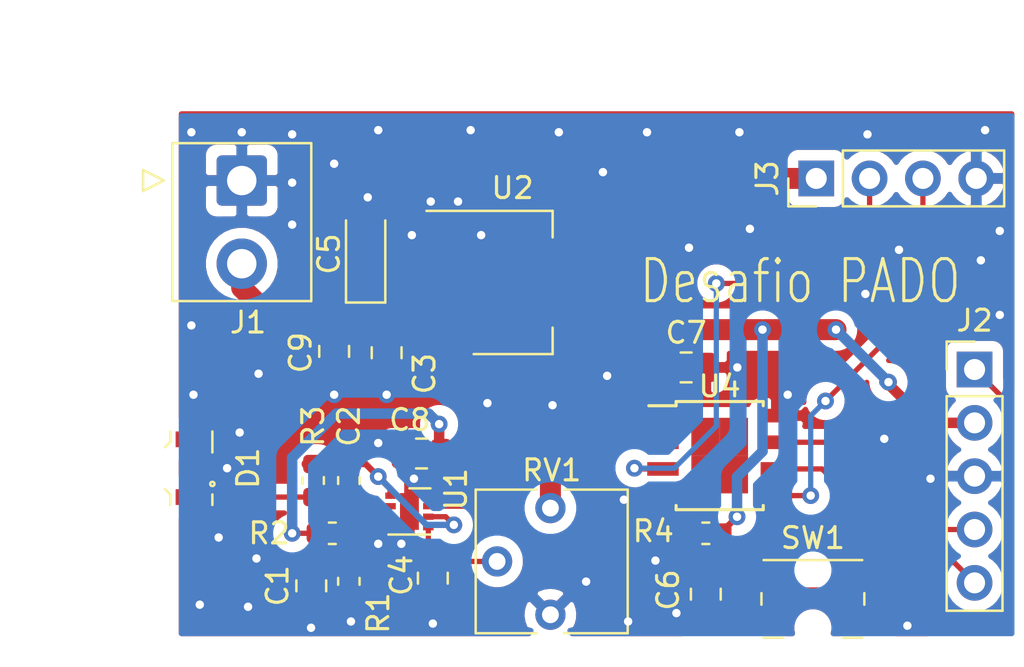
<source format=kicad_pcb>
(kicad_pcb (version 20171130) (host pcbnew "(5.1.6)-1")

  (general
    (thickness 1.6)
    (drawings 8)
    (tracks 237)
    (zones 0)
    (modules 22)
    (nets 14)
  )

  (page A4)
  (layers
    (0 F.Cu signal)
    (31 B.Cu signal)
    (32 B.Adhes user)
    (33 F.Adhes user)
    (34 B.Paste user)
    (35 F.Paste user)
    (36 B.SilkS user hide)
    (37 F.SilkS user)
    (38 B.Mask user)
    (39 F.Mask user)
    (40 Dwgs.User user)
    (41 Cmts.User user hide)
    (42 Eco1.User user hide)
    (43 Eco2.User user hide)
    (44 Edge.Cuts user hide)
    (45 Margin user hide)
    (46 B.CrtYd user hide)
    (47 F.CrtYd user hide)
    (48 B.Fab user hide)
    (49 F.Fab user hide)
  )

  (setup
    (last_trace_width 0.3)
    (user_trace_width 0.3)
    (user_trace_width 0.5)
    (user_trace_width 1)
    (user_trace_width 2)
    (trace_clearance 0.2)
    (zone_clearance 0.508)
    (zone_45_only no)
    (trace_min 0.1)
    (via_size 0.8)
    (via_drill 0.4)
    (via_min_size 0.4)
    (via_min_drill 0.3)
    (uvia_size 0.3)
    (uvia_drill 0.1)
    (uvias_allowed no)
    (uvia_min_size 0.2)
    (uvia_min_drill 0.1)
    (edge_width 0.05)
    (segment_width 0.2)
    (pcb_text_width 0.3)
    (pcb_text_size 1.5 1.5)
    (mod_edge_width 0.12)
    (mod_text_size 1 1)
    (mod_text_width 0.15)
    (pad_size 0.5 0.3)
    (pad_drill 0)
    (pad_to_mask_clearance 0.05)
    (aux_axis_origin 0 0)
    (grid_origin 192.3 85.1)
    (visible_elements FFFFFF7F)
    (pcbplotparams
      (layerselection 0x010fc_ffffffff)
      (usegerberextensions false)
      (usegerberattributes true)
      (usegerberadvancedattributes true)
      (creategerberjobfile true)
      (excludeedgelayer true)
      (linewidth 0.100000)
      (plotframeref false)
      (viasonmask false)
      (mode 1)
      (useauxorigin false)
      (hpglpennumber 1)
      (hpglpenspeed 20)
      (hpglpendiameter 15.000000)
      (psnegative false)
      (psa4output false)
      (plotreference true)
      (plotvalue true)
      (plotinvisibletext false)
      (padsonsilk false)
      (subtractmaskfromsilk false)
      (outputformat 1)
      (mirror false)
      (drillshape 1)
      (scaleselection 1)
      (outputdirectory ""))
  )

  (net 0 "")
  (net 1 GND)
  (net 2 "Net-(C1-Pad1)")
  (net 3 "Net-(C2-Pad2)")
  (net 4 "Net-(C2-Pad1)")
  (net 5 +BATT)
  (net 6 "Net-(C4-Pad1)")
  (net 7 +3V3)
  (net 8 /MCLR)
  (net 9 /PGC)
  (net 10 /PGD)
  (net 11 /GPIO2)
  (net 12 /GPIO1)
  (net 13 /IR_DIG)

  (net_class Default "This is the default net class."
    (clearance 0.2)
    (trace_width 0.25)
    (via_dia 0.8)
    (via_drill 0.4)
    (uvia_dia 0.3)
    (uvia_drill 0.1)
    (add_net +3V3)
    (add_net +BATT)
    (add_net /GPIO1)
    (add_net /GPIO2)
    (add_net /IR_DIG)
    (add_net /MCLR)
    (add_net /PGC)
    (add_net /PGD)
    (add_net GND)
    (add_net "Net-(C1-Pad1)")
    (add_net "Net-(C2-Pad1)")
    (add_net "Net-(C2-Pad2)")
    (add_net "Net-(C4-Pad1)")
  )

  (module Capacitor_SMD:C_0603_1608Metric (layer F.Cu) (tedit 5B301BBE) (tstamp 61748C7F)
    (at 123.1 107.5875 270)
    (descr "Capacitor SMD 0603 (1608 Metric), square (rectangular) end terminal, IPC_7351 nominal, (Body size source: http://www.tortai-tech.com/upload/download/2011102023233369053.pdf), generated with kicad-footprint-generator")
    (tags capacitor)
    (path /6174349B)
    (attr smd)
    (fp_text reference C2 (at -2.5875 0 90) (layer F.SilkS)
      (effects (font (size 1 1) (thickness 0.15)))
    )
    (fp_text value "1 pF" (at 0 1.43 90) (layer F.Fab)
      (effects (font (size 1 1) (thickness 0.15)))
    )
    (fp_text user %R (at 0 0 90) (layer F.Fab)
      (effects (font (size 0.4 0.4) (thickness 0.06)))
    )
    (fp_line (start -0.8 0.4) (end -0.8 -0.4) (layer F.Fab) (width 0.1))
    (fp_line (start -0.8 -0.4) (end 0.8 -0.4) (layer F.Fab) (width 0.1))
    (fp_line (start 0.8 -0.4) (end 0.8 0.4) (layer F.Fab) (width 0.1))
    (fp_line (start 0.8 0.4) (end -0.8 0.4) (layer F.Fab) (width 0.1))
    (fp_line (start -0.162779 -0.51) (end 0.162779 -0.51) (layer F.SilkS) (width 0.12))
    (fp_line (start -0.162779 0.51) (end 0.162779 0.51) (layer F.SilkS) (width 0.12))
    (fp_line (start -1.48 0.73) (end -1.48 -0.73) (layer F.CrtYd) (width 0.05))
    (fp_line (start -1.48 -0.73) (end 1.48 -0.73) (layer F.CrtYd) (width 0.05))
    (fp_line (start 1.48 -0.73) (end 1.48 0.73) (layer F.CrtYd) (width 0.05))
    (fp_line (start 1.48 0.73) (end -1.48 0.73) (layer F.CrtYd) (width 0.05))
    (pad 2 smd roundrect (at 0.7875 0 270) (size 0.875 0.95) (layers F.Cu F.Paste F.Mask) (roundrect_rratio 0.25)
      (net 3 "Net-(C2-Pad2)"))
    (pad 1 smd roundrect (at -0.7875 0 270) (size 0.875 0.95) (layers F.Cu F.Paste F.Mask) (roundrect_rratio 0.25)
      (net 4 "Net-(C2-Pad1)"))
    (model ${KISYS3DMOD}/Capacitor_SMD.3dshapes/C_0603_1608Metric.wrl
      (at (xyz 0 0 0))
      (scale (xyz 1 1 1))
      (rotate (xyz 0 0 0))
    )
  )

  (module Capacitor_Tantalum_SMD:CP_EIA-3216-10_Kemet-I (layer F.Cu) (tedit 5B301BBE) (tstamp 61746A76)
    (at 123.9 96.8 90)
    (descr "Tantalum Capacitor SMD Kemet-I (3216-10 Metric), IPC_7351 nominal, (Body size from: http://www.kemet.com/Lists/ProductCatalog/Attachments/253/KEM_TC101_STD.pdf), generated with kicad-footprint-generator")
    (tags "capacitor tantalum")
    (path /6177DBB2)
    (attr smd)
    (fp_text reference C5 (at 0 -1.75 90) (layer F.SilkS)
      (effects (font (size 1 1) (thickness 0.15)))
    )
    (fp_text value 22uF (at 0 1.75 90) (layer F.Fab)
      (effects (font (size 1 1) (thickness 0.15)))
    )
    (fp_text user %R (at 0 0 90) (layer F.Fab)
      (effects (font (size 0.8 0.8) (thickness 0.12)))
    )
    (fp_line (start 1.6 -0.8) (end -1.2 -0.8) (layer F.Fab) (width 0.1))
    (fp_line (start -1.2 -0.8) (end -1.6 -0.4) (layer F.Fab) (width 0.1))
    (fp_line (start -1.6 -0.4) (end -1.6 0.8) (layer F.Fab) (width 0.1))
    (fp_line (start -1.6 0.8) (end 1.6 0.8) (layer F.Fab) (width 0.1))
    (fp_line (start 1.6 0.8) (end 1.6 -0.8) (layer F.Fab) (width 0.1))
    (fp_line (start 1.6 -0.935) (end -2.31 -0.935) (layer F.SilkS) (width 0.12))
    (fp_line (start -2.31 -0.935) (end -2.31 0.935) (layer F.SilkS) (width 0.12))
    (fp_line (start -2.31 0.935) (end 1.6 0.935) (layer F.SilkS) (width 0.12))
    (fp_line (start -2.3 1.05) (end -2.3 -1.05) (layer F.CrtYd) (width 0.05))
    (fp_line (start -2.3 -1.05) (end 2.3 -1.05) (layer F.CrtYd) (width 0.05))
    (fp_line (start 2.3 -1.05) (end 2.3 1.05) (layer F.CrtYd) (width 0.05))
    (fp_line (start 2.3 1.05) (end -2.3 1.05) (layer F.CrtYd) (width 0.05))
    (pad 2 smd roundrect (at 1.35 0 90) (size 1.4 1.35) (layers F.Cu F.Paste F.Mask) (roundrect_rratio 0.185185)
      (net 1 GND))
    (pad 1 smd roundrect (at -1.35 0 90) (size 1.4 1.35) (layers F.Cu F.Paste F.Mask) (roundrect_rratio 0.185185)
      (net 7 +3V3))
    (model ${KISYS3DMOD}/Capacitor_Tantalum_SMD.3dshapes/CP_EIA-3216-10_Kemet-I.wrl
      (at (xyz 0 0 0))
      (scale (xyz 1 1 1))
      (rotate (xyz 0 0 0))
    )
  )

  (module Capacitor_SMD:C_0805_2012Metric (layer F.Cu) (tedit 5B36C52B) (tstamp 617463CA)
    (at 122.4 101.4375 270)
    (descr "Capacitor SMD 0805 (2012 Metric), square (rectangular) end terminal, IPC_7351 nominal, (Body size source: https://docs.google.com/spreadsheets/d/1BsfQQcO9C6DZCsRaXUlFlo91Tg2WpOkGARC1WS5S8t0/edit?usp=sharing), generated with kicad-footprint-generator")
    (tags capacitor)
    (path /6184FE00)
    (attr smd)
    (fp_text reference C9 (at 0.0625 1.6 90) (layer F.SilkS)
      (effects (font (size 1 1) (thickness 0.15)))
    )
    (fp_text value 10uF (at 0 1.65 90) (layer F.Fab)
      (effects (font (size 1 1) (thickness 0.15)))
    )
    (fp_text user %R (at 0 0 90) (layer F.Fab)
      (effects (font (size 0.5 0.5) (thickness 0.08)))
    )
    (fp_line (start -1 0.6) (end -1 -0.6) (layer F.Fab) (width 0.1))
    (fp_line (start -1 -0.6) (end 1 -0.6) (layer F.Fab) (width 0.1))
    (fp_line (start 1 -0.6) (end 1 0.6) (layer F.Fab) (width 0.1))
    (fp_line (start 1 0.6) (end -1 0.6) (layer F.Fab) (width 0.1))
    (fp_line (start -0.258578 -0.71) (end 0.258578 -0.71) (layer F.SilkS) (width 0.12))
    (fp_line (start -0.258578 0.71) (end 0.258578 0.71) (layer F.SilkS) (width 0.12))
    (fp_line (start -1.68 0.95) (end -1.68 -0.95) (layer F.CrtYd) (width 0.05))
    (fp_line (start -1.68 -0.95) (end 1.68 -0.95) (layer F.CrtYd) (width 0.05))
    (fp_line (start 1.68 -0.95) (end 1.68 0.95) (layer F.CrtYd) (width 0.05))
    (fp_line (start 1.68 0.95) (end -1.68 0.95) (layer F.CrtYd) (width 0.05))
    (pad 2 smd roundrect (at 0.9375 0 270) (size 0.975 1.4) (layers F.Cu F.Paste F.Mask) (roundrect_rratio 0.25)
      (net 1 GND))
    (pad 1 smd roundrect (at -0.9375 0 270) (size 0.975 1.4) (layers F.Cu F.Paste F.Mask) (roundrect_rratio 0.25)
      (net 5 +BATT))
    (model ${KISYS3DMOD}/Capacitor_SMD.3dshapes/C_0805_2012Metric.wrl
      (at (xyz 0 0 0))
      (scale (xyz 1 1 1))
      (rotate (xyz 0 0 0))
    )
  )

  (module Package_SO:Diodes_PSOP-8 (layer F.Cu) (tedit 5A02F2D3) (tstamp 617449B5)
    (at 140.76 106.4)
    (descr "8-Lead Plastic PSOP, Exposed Die Pad (see https://www.diodes.com/assets/Datasheets/AP2204.pdf)")
    (tags "SSOP 0.50 exposed pad")
    (path /6178635F)
    (attr smd)
    (fp_text reference U4 (at 0 -3.3) (layer F.SilkS)
      (effects (font (size 1 1) (thickness 0.15)))
    )
    (fp_text value PIC12F629 (at 0 3.4) (layer F.Fab)
      (effects (font (size 1 1) (thickness 0.15)))
    )
    (fp_line (start -2.075 -2.375) (end -3.375 -2.375) (layer F.SilkS) (width 0.15))
    (fp_line (start -2.075 2.575) (end 2.075 2.575) (layer F.SilkS) (width 0.15))
    (fp_line (start -2.075 -2.575) (end 2.075 -2.575) (layer F.SilkS) (width 0.15))
    (fp_line (start -2.075 2.575) (end -2.075 2.375) (layer F.SilkS) (width 0.15))
    (fp_line (start 2.075 2.575) (end 2.075 2.375) (layer F.SilkS) (width 0.15))
    (fp_line (start 2.075 -2.575) (end 2.075 -2.375) (layer F.SilkS) (width 0.15))
    (fp_line (start -2.075 -2.575) (end -2.075 -2.375) (layer F.SilkS) (width 0.15))
    (fp_line (start -3.7 2.7) (end 3.7 2.7) (layer F.CrtYd) (width 0.05))
    (fp_line (start -3.7 -2.7) (end 3.7 -2.7) (layer F.CrtYd) (width 0.05))
    (fp_line (start 3.7 -2.7) (end 3.7 2.7) (layer F.CrtYd) (width 0.05))
    (fp_line (start -3.7 -2.7) (end -3.7 2.7) (layer F.CrtYd) (width 0.05))
    (fp_line (start -1.95 -1.45) (end -0.95 -2.45) (layer F.Fab) (width 0.15))
    (fp_line (start -1.95 2.45) (end -1.95 -1.45) (layer F.Fab) (width 0.15))
    (fp_line (start 1.95 2.45) (end -1.95 2.45) (layer F.Fab) (width 0.15))
    (fp_line (start 1.95 -2.45) (end 1.95 2.45) (layer F.Fab) (width 0.15))
    (fp_line (start -0.95 -2.45) (end 1.95 -2.45) (layer F.Fab) (width 0.15))
    (fp_text user %R (at 0 0) (layer F.Fab)
      (effects (font (size 1 1) (thickness 0.15)))
    )
    (pad 1 smd rect (at -2.7 -1.905) (size 1.5 0.65) (layers F.Cu F.Paste F.Mask)
      (net 7 +3V3))
    (pad 2 smd rect (at -2.7 -0.635) (size 1.5 0.65) (layers F.Cu F.Paste F.Mask)
      (net 13 /IR_DIG))
    (pad 3 smd rect (at -2.7 0.635) (size 1.5 0.65) (layers F.Cu F.Paste F.Mask)
      (net 12 /GPIO1))
    (pad 4 smd rect (at -2.7 1.905) (size 1.5 0.65) (layers F.Cu F.Paste F.Mask)
      (net 8 /MCLR))
    (pad 5 smd rect (at 2.7 1.905) (size 1.5 0.65) (layers F.Cu F.Paste F.Mask)
      (net 11 /GPIO2))
    (pad 6 smd rect (at 2.7 0.635) (size 1.5 0.65) (layers F.Cu F.Paste F.Mask)
      (net 9 /PGC))
    (pad 7 smd rect (at 2.7 -0.635) (size 1.5 0.65) (layers F.Cu F.Paste F.Mask)
      (net 10 /PGD))
    (pad 8 smd rect (at 2.7 -1.905) (size 1.5 0.65) (layers F.Cu F.Paste F.Mask)
      (net 1 GND))
    (pad 9 smd rect (at 0.675 0.9) (size 1.35 1.8) (layers F.Cu F.Paste F.Mask)
      (solder_paste_margin_ratio -0.2))
    (pad 9 smd rect (at 0.675 -0.9) (size 1.35 1.8) (layers F.Cu F.Paste F.Mask)
      (solder_paste_margin_ratio -0.2))
    (pad 9 smd rect (at -0.675 0.9) (size 1.35 1.8) (layers F.Cu F.Paste F.Mask)
      (solder_paste_margin_ratio -0.2))
    (pad 9 smd rect (at -0.675 -0.9) (size 1.35 1.8) (layers F.Cu F.Paste F.Mask)
      (solder_paste_margin_ratio -0.2))
    (model ${KISYS3DMOD}/Package_SO.3dshapes/Diodes_PSOP-8.wrl
      (at (xyz 0 0 0))
      (scale (xyz 1 1 1))
      (rotate (xyz 0 0 0))
    )
  )

  (module Package_TO_SOT_SMD:SOT-223-3_TabPin2 (layer F.Cu) (tedit 5A02FF57) (tstamp 61744994)
    (at 130.895 98.155)
    (descr "module CMS SOT223 4 pins")
    (tags "CMS SOT")
    (path /61778F32)
    (attr smd)
    (fp_text reference U2 (at 0 -4.5) (layer F.SilkS)
      (effects (font (size 1 1) (thickness 0.15)))
    )
    (fp_text value AMS1117-3.3 (at 0 4.5) (layer F.Fab)
      (effects (font (size 1 1) (thickness 0.15)))
    )
    (fp_text user %R (at -0.385 0.075 90) (layer F.Fab)
      (effects (font (size 0.8 0.8) (thickness 0.12)))
    )
    (fp_line (start 1.91 3.41) (end 1.91 2.15) (layer F.SilkS) (width 0.12))
    (fp_line (start 1.91 -3.41) (end 1.91 -2.15) (layer F.SilkS) (width 0.12))
    (fp_line (start 4.4 -3.6) (end -4.4 -3.6) (layer F.CrtYd) (width 0.05))
    (fp_line (start 4.4 3.6) (end 4.4 -3.6) (layer F.CrtYd) (width 0.05))
    (fp_line (start -4.4 3.6) (end 4.4 3.6) (layer F.CrtYd) (width 0.05))
    (fp_line (start -4.4 -3.6) (end -4.4 3.6) (layer F.CrtYd) (width 0.05))
    (fp_line (start -1.85 -2.35) (end -0.85 -3.35) (layer F.Fab) (width 0.1))
    (fp_line (start -1.85 -2.35) (end -1.85 3.35) (layer F.Fab) (width 0.1))
    (fp_line (start -1.85 3.41) (end 1.91 3.41) (layer F.SilkS) (width 0.12))
    (fp_line (start -0.85 -3.35) (end 1.85 -3.35) (layer F.Fab) (width 0.1))
    (fp_line (start -4.1 -3.41) (end 1.91 -3.41) (layer F.SilkS) (width 0.12))
    (fp_line (start -1.85 3.35) (end 1.85 3.35) (layer F.Fab) (width 0.1))
    (fp_line (start 1.85 -3.35) (end 1.85 3.35) (layer F.Fab) (width 0.1))
    (pad 1 smd rect (at -3.15 -2.3) (size 2 1.5) (layers F.Cu F.Paste F.Mask)
      (net 1 GND))
    (pad 3 smd rect (at -3.15 2.3) (size 2 1.5) (layers F.Cu F.Paste F.Mask)
      (net 5 +BATT))
    (pad 2 smd rect (at -3.15 0) (size 2 1.5) (layers F.Cu F.Paste F.Mask)
      (net 7 +3V3))
    (pad 2 smd rect (at 3.15 0) (size 2 3.8) (layers F.Cu F.Paste F.Mask)
      (net 7 +3V3))
    (model ${KISYS3DMOD}/Package_TO_SOT_SMD.3dshapes/SOT-223.wrl
      (at (xyz 0 0 0))
      (scale (xyz 1 1 1))
      (rotate (xyz 0 0 0))
    )
  )

  (module Package_DFN_QFN:DFN-8-1EP_2x2mm_P0.5mm_EP1.05x1.75mm (layer F.Cu) (tedit 61741B9E) (tstamp 61748BAB)
    (at 125.985 109.06)
    (descr "DFN8 2x2, 0.5P; CASE 506CN (see ON Semiconductor 506CN.PDF)")
    (tags "DFN 0.5")
    (path /617F24B8)
    (attr smd)
    (fp_text reference U1 (at 2.215 -1.06 90) (layer F.SilkS)
      (effects (font (size 1 1) (thickness 0.15)))
    )
    (fp_text value TSV912IQ2T (at 0 2) (layer F.Fab)
      (effects (font (size 1 1) (thickness 0.15)))
    )
    (fp_line (start 0 -1.1) (end 1 -1.1) (layer F.SilkS) (width 0.12))
    (fp_line (start -1 1.1) (end 1 1.1) (layer F.SilkS) (width 0.12))
    (fp_line (start -1.4 1.25) (end 1.4 1.25) (layer F.CrtYd) (width 0.05))
    (fp_line (start -1.4 -1.25) (end 1.4 -1.25) (layer F.CrtYd) (width 0.05))
    (fp_line (start 1.4 -1.25) (end 1.4 1.25) (layer F.CrtYd) (width 0.05))
    (fp_line (start -1.4 -1.25) (end -1.4 1.25) (layer F.CrtYd) (width 0.05))
    (fp_line (start -1 -0.5) (end -0.5 -1) (layer F.Fab) (width 0.1))
    (fp_line (start -1 1) (end -1 -0.5) (layer F.Fab) (width 0.1))
    (fp_line (start 1 1) (end -1 1) (layer F.Fab) (width 0.1))
    (fp_line (start 1 -1) (end 1 1) (layer F.Fab) (width 0.1))
    (fp_line (start -0.5 -1) (end 1 -1) (layer F.Fab) (width 0.1))
    (fp_text user %R (at 0 0) (layer F.Fab)
      (effects (font (size 0.4 0.4) (thickness 0.06)))
    )
    (pad 1 smd rect (at -0.9 -0.75) (size 0.5 0.3) (layers F.Cu F.Paste F.Mask)
      (net 4 "Net-(C2-Pad1)"))
    (pad 2 smd rect (at -0.9 -0.25) (size 0.5 0.3) (layers F.Cu F.Paste F.Mask)
      (net 3 "Net-(C2-Pad2)"))
    (pad 3 smd rect (at -0.9 0.25) (size 0.5 0.3) (layers F.Cu F.Paste F.Mask)
      (net 2 "Net-(C1-Pad1)"))
    (pad 4 smd rect (at -0.9 0.75) (size 0.5 0.3) (layers F.Cu F.Paste F.Mask)
      (net 1 GND))
    (pad 5 smd rect (at 0.9 0.75) (size 0.5 0.3) (layers F.Cu F.Paste F.Mask)
      (net 6 "Net-(C4-Pad1)"))
    (pad 6 smd rect (at 0.9 0.25) (size 0.5 0.3) (layers F.Cu F.Paste F.Mask)
      (net 4 "Net-(C2-Pad1)"))
    (pad 7 smd rect (at 0.9 -0.25) (size 0.5 0.3) (layers F.Cu F.Paste F.Mask)
      (net 13 /IR_DIG))
    (pad 8 smd rect (at 0.9 -0.75) (size 0.5 0.3) (layers F.Cu F.Paste F.Mask)
      (net 7 +3V3))
    (pad 9 smd rect (at 0 0) (size 0.9 1.75) (layers F.Cu F.Mask)
      (net 1 GND))
    (pad "" smd rect (at 0 0.4375) (size 0.85 0.65) (layers F.Paste))
    (pad "" smd rect (at 0 -0.4375) (size 0.85 0.65) (layers F.Paste))
    (model ${KISYS3DMOD}/Package_DFN_QFN.3dshapes/DFN-8-1EP_2x2mm_P0.5mm_EP1.05x1.75mm.wrl
      (at (xyz 0 0 0))
      (scale (xyz 1 1 1))
      (rotate (xyz 0 0 0))
    )
  )

  (module Button_Switch_SMD:Panasonic_EVQPUL_EVQPUC (layer F.Cu) (tedit 5A02FC95) (tstamp 617488F7)
    (at 145.2 113.225 180)
    (descr http://industrial.panasonic.com/cdbs/www-data/pdf/ATV0000/ATV0000CE5.pdf)
    (tags "SMD SMT SPST EVQPUL EVQPUC")
    (path /617A67F5)
    (attr smd)
    (fp_text reference SW1 (at 0 2.9) (layer F.SilkS)
      (effects (font (size 1 1) (thickness 0.15)))
    )
    (fp_text value EVQ-PUC02K (at 0 3.5) (layer F.Fab)
      (effects (font (size 1 1) (thickness 0.15)))
    )
    (fp_line (start 3.9 -3.25) (end -3.9 -3.25) (layer F.CrtYd) (width 0.05))
    (fp_line (start 3.9 2.25) (end -3.9 2.25) (layer F.CrtYd) (width 0.05))
    (fp_line (start -3.9 2.25) (end -3.9 -3.25) (layer F.CrtYd) (width 0.05))
    (fp_line (start -1.425 -1.85) (end -2.35 -1.85) (layer F.SilkS) (width 0.12))
    (fp_line (start 2.45 0.275) (end 2.45 -0.275) (layer F.SilkS) (width 0.12))
    (fp_line (start 2.35 1.75) (end -2.35 1.75) (layer F.Fab) (width 0.1))
    (fp_line (start 2.35 -1.75) (end -2.35 -1.75) (layer F.Fab) (width 0.1))
    (fp_line (start -2.35 1.75) (end -2.35 -1.75) (layer F.Fab) (width 0.1))
    (fp_line (start 2.35 1.75) (end 2.35 -1.75) (layer F.Fab) (width 0.1))
    (fp_line (start 1.3 -2.75) (end -1.3 -2.75) (layer F.Fab) (width 0.1))
    (fp_line (start 1.3 -2.75) (end 1.3 -1.75) (layer F.Fab) (width 0.1))
    (fp_line (start -1.3 -2.75) (end -1.3 -1.75) (layer F.Fab) (width 0.1))
    (fp_line (start -2.45 0.275) (end -2.45 -0.275) (layer F.SilkS) (width 0.12))
    (fp_line (start 2.35 1.85) (end -2.35 1.85) (layer F.SilkS) (width 0.12))
    (fp_line (start 2.35 -1.85) (end 1.425 -1.85) (layer F.SilkS) (width 0.12))
    (fp_line (start 3.9 2.25) (end 3.9 -3.25) (layer F.CrtYd) (width 0.05))
    (fp_text user %R (at 0 0) (layer F.Fab)
      (effects (font (size 1 1) (thickness 0.15)))
    )
    (pad 2 smd rect (at 2.625 0.85) (size 1.55 1) (layers F.Cu F.Paste F.Mask)
      (net 8 /MCLR))
    (pad 2 smd rect (at -2.625 0.85) (size 1.55 1) (layers F.Cu F.Paste F.Mask)
      (net 8 /MCLR))
    (pad 1 smd rect (at -2.625 -0.85) (size 1.55 1) (layers F.Cu F.Paste F.Mask)
      (net 1 GND))
    (pad 1 smd rect (at 2.625 -0.85) (size 1.55 1) (layers F.Cu F.Paste F.Mask)
      (net 1 GND))
    (pad "" np_thru_hole circle (at 0 1.375) (size 0.75 0.75) (drill 0.75) (layers *.Cu *.Mask))
    (pad "" np_thru_hole circle (at 0 -1.375) (size 0.75 0.75) (drill 0.75) (layers *.Cu *.Mask))
    (model ${KISYS3DMOD}/Button_Switch_SMD.3dshapes/Panasonic_EVQPUL_EVQPUC.wrl
      (at (xyz 0 0 0))
      (scale (xyz 1 1 1))
      (rotate (xyz 0 0 0))
    )
  )

  (module Potentiometer_THT:Potentiometer_Vishay_T73YP_Vertical (layer F.Cu) (tedit 5A3D4993) (tstamp 61748A9B)
    (at 132.7 108.9 180)
    (descr "Potentiometer, vertical, Vishay T73YP, http://www.vishay.com/docs/51016/t73.pdf")
    (tags "Potentiometer vertical Vishay T73YP")
    (path /617927E6)
    (fp_text reference RV1 (at -0.06 1.8) (layer F.SilkS)
      (effects (font (size 1 1) (thickness 0.15)))
    )
    (fp_text value 10k (at -0.06 2.01) (layer F.Fab)
      (effects (font (size 1 1) (thickness 0.15)))
    )
    (fp_text user %R (at -2.56 -2.54 90) (layer F.Fab)
      (effects (font (size 1 1) (thickness 0.15)))
    )
    (fp_circle (center 0.24 -2.54) (end 1.74 -2.54) (layer F.Fab) (width 0.1))
    (fp_line (start -3.56 -5.84) (end -3.56 0.76) (layer F.Fab) (width 0.1))
    (fp_line (start -3.56 0.76) (end 3.44 0.76) (layer F.Fab) (width 0.1))
    (fp_line (start 3.44 0.76) (end 3.44 -5.84) (layer F.Fab) (width 0.1))
    (fp_line (start 3.44 -5.84) (end -3.56 -5.84) (layer F.Fab) (width 0.1))
    (fp_line (start -0.961 -2.616) (end 0.164 -2.616) (layer F.Fab) (width 0.1))
    (fp_line (start 0.164 -2.616) (end 0.164 -3.741) (layer F.Fab) (width 0.1))
    (fp_line (start 0.164 -3.741) (end 0.316 -3.741) (layer F.Fab) (width 0.1))
    (fp_line (start 0.316 -3.741) (end 0.316 -2.616) (layer F.Fab) (width 0.1))
    (fp_line (start 0.316 -2.616) (end 1.441 -2.616) (layer F.Fab) (width 0.1))
    (fp_line (start 1.441 -2.616) (end 1.441 -2.464) (layer F.Fab) (width 0.1))
    (fp_line (start 1.441 -2.464) (end 0.316 -2.464) (layer F.Fab) (width 0.1))
    (fp_line (start 0.316 -2.464) (end 0.316 -1.339) (layer F.Fab) (width 0.1))
    (fp_line (start 0.316 -1.339) (end 0.164 -1.339) (layer F.Fab) (width 0.1))
    (fp_line (start 0.164 -1.339) (end 0.164 -2.464) (layer F.Fab) (width 0.1))
    (fp_line (start 0.164 -2.464) (end -0.961 -2.464) (layer F.Fab) (width 0.1))
    (fp_line (start -0.961 -2.464) (end -0.961 -2.616) (layer F.Fab) (width 0.1))
    (fp_line (start -3.68 -5.96) (end -0.65 -5.96) (layer F.SilkS) (width 0.12))
    (fp_line (start 0.65 -5.96) (end 3.56 -5.96) (layer F.SilkS) (width 0.12))
    (fp_line (start -3.68 0.88) (end -0.65 0.88) (layer F.SilkS) (width 0.12))
    (fp_line (start 0.65 0.88) (end 3.56 0.88) (layer F.SilkS) (width 0.12))
    (fp_line (start -3.68 -5.96) (end -3.68 0.88) (layer F.SilkS) (width 0.12))
    (fp_line (start 3.56 -5.96) (end 3.56 0.88) (layer F.SilkS) (width 0.12))
    (fp_line (start -3.85 -6.1) (end -3.85 1.05) (layer F.CrtYd) (width 0.05))
    (fp_line (start -3.85 1.05) (end 3.7 1.05) (layer F.CrtYd) (width 0.05))
    (fp_line (start 3.7 1.05) (end 3.7 -6.1) (layer F.CrtYd) (width 0.05))
    (fp_line (start 3.7 -6.1) (end -3.85 -6.1) (layer F.CrtYd) (width 0.05))
    (pad 1 thru_hole circle (at 0 0 180) (size 1.44 1.44) (drill 0.8) (layers *.Cu *.Mask)
      (net 7 +3V3))
    (pad 2 thru_hole circle (at 2.54 -2.54 180) (size 1.44 1.44) (drill 0.8) (layers *.Cu *.Mask)
      (net 6 "Net-(C4-Pad1)"))
    (pad 3 thru_hole circle (at 0 -5.08 180) (size 1.44 1.44) (drill 0.8) (layers *.Cu *.Mask)
      (net 1 GND))
    (model ${KISYS3DMOD}/Potentiometer_THT.3dshapes/Potentiometer_Vishay_T73YP_Vertical.wrl
      (at (xyz 0 0 0))
      (scale (xyz 1 1 1))
      (rotate (xyz 0 0 0))
    )
  )

  (module Resistor_SMD:R_0603_1608Metric (layer F.Cu) (tedit 5B301BBD) (tstamp 61749FAC)
    (at 140.1 110.1 180)
    (descr "Resistor SMD 0603 (1608 Metric), square (rectangular) end terminal, IPC_7351 nominal, (Body size source: http://www.tortai-tech.com/upload/download/2011102023233369053.pdf), generated with kicad-footprint-generator")
    (tags resistor)
    (path /617A12C5)
    (attr smd)
    (fp_text reference R4 (at 2.5 0.1) (layer F.SilkS)
      (effects (font (size 1 1) (thickness 0.15)))
    )
    (fp_text value 10k (at 0 1.43) (layer F.Fab)
      (effects (font (size 1 1) (thickness 0.15)))
    )
    (fp_text user %R (at 0 0) (layer F.Fab)
      (effects (font (size 0.4 0.4) (thickness 0.06)))
    )
    (fp_line (start -0.8 0.4) (end -0.8 -0.4) (layer F.Fab) (width 0.1))
    (fp_line (start -0.8 -0.4) (end 0.8 -0.4) (layer F.Fab) (width 0.1))
    (fp_line (start 0.8 -0.4) (end 0.8 0.4) (layer F.Fab) (width 0.1))
    (fp_line (start 0.8 0.4) (end -0.8 0.4) (layer F.Fab) (width 0.1))
    (fp_line (start -0.162779 -0.51) (end 0.162779 -0.51) (layer F.SilkS) (width 0.12))
    (fp_line (start -0.162779 0.51) (end 0.162779 0.51) (layer F.SilkS) (width 0.12))
    (fp_line (start -1.48 0.73) (end -1.48 -0.73) (layer F.CrtYd) (width 0.05))
    (fp_line (start -1.48 -0.73) (end 1.48 -0.73) (layer F.CrtYd) (width 0.05))
    (fp_line (start 1.48 -0.73) (end 1.48 0.73) (layer F.CrtYd) (width 0.05))
    (fp_line (start 1.48 0.73) (end -1.48 0.73) (layer F.CrtYd) (width 0.05))
    (pad 2 smd roundrect (at 0.7875 0 180) (size 0.875 0.95) (layers F.Cu F.Paste F.Mask) (roundrect_rratio 0.25)
      (net 8 /MCLR))
    (pad 1 smd roundrect (at -0.7875 0 180) (size 0.875 0.95) (layers F.Cu F.Paste F.Mask) (roundrect_rratio 0.25)
      (net 7 +3V3))
    (model ${KISYS3DMOD}/Resistor_SMD.3dshapes/R_0603_1608Metric.wrl
      (at (xyz 0 0 0))
      (scale (xyz 1 1 1))
      (rotate (xyz 0 0 0))
    )
  )

  (module Capacitor_SMD:C_0603_1608Metric (layer F.Cu) (tedit 5B301BBE) (tstamp 61748CAF)
    (at 121.4 107.5875 270)
    (descr "Capacitor SMD 0603 (1608 Metric), square (rectangular) end terminal, IPC_7351 nominal, (Body size source: http://www.tortai-tech.com/upload/download/2011102023233369053.pdf), generated with kicad-footprint-generator")
    (tags capacitor)
    (path /6173B427)
    (attr smd)
    (fp_text reference R3 (at -2.5875 0 90) (layer F.SilkS)
      (effects (font (size 1 1) (thickness 0.15)))
    )
    (fp_text value "1.0 M" (at 0 1.43 90) (layer F.Fab)
      (effects (font (size 1 1) (thickness 0.15)))
    )
    (fp_text user %R (at 0 0 90) (layer F.Fab)
      (effects (font (size 0.4 0.4) (thickness 0.06)))
    )
    (fp_line (start -0.8 0.4) (end -0.8 -0.4) (layer F.Fab) (width 0.1))
    (fp_line (start -0.8 -0.4) (end 0.8 -0.4) (layer F.Fab) (width 0.1))
    (fp_line (start 0.8 -0.4) (end 0.8 0.4) (layer F.Fab) (width 0.1))
    (fp_line (start 0.8 0.4) (end -0.8 0.4) (layer F.Fab) (width 0.1))
    (fp_line (start -0.162779 -0.51) (end 0.162779 -0.51) (layer F.SilkS) (width 0.12))
    (fp_line (start -0.162779 0.51) (end 0.162779 0.51) (layer F.SilkS) (width 0.12))
    (fp_line (start -1.48 0.73) (end -1.48 -0.73) (layer F.CrtYd) (width 0.05))
    (fp_line (start -1.48 -0.73) (end 1.48 -0.73) (layer F.CrtYd) (width 0.05))
    (fp_line (start 1.48 -0.73) (end 1.48 0.73) (layer F.CrtYd) (width 0.05))
    (fp_line (start 1.48 0.73) (end -1.48 0.73) (layer F.CrtYd) (width 0.05))
    (pad 2 smd roundrect (at 0.7875 0 270) (size 0.875 0.95) (layers F.Cu F.Paste F.Mask) (roundrect_rratio 0.25)
      (net 3 "Net-(C2-Pad2)"))
    (pad 1 smd roundrect (at -0.7875 0 270) (size 0.875 0.95) (layers F.Cu F.Paste F.Mask) (roundrect_rratio 0.25)
      (net 4 "Net-(C2-Pad1)"))
    (model ${KISYS3DMOD}/Capacitor_SMD.3dshapes/C_0603_1608Metric.wrl
      (at (xyz 0 0 0))
      (scale (xyz 1 1 1))
      (rotate (xyz 0 0 0))
    )
  )

  (module Capacitor_SMD:C_0603_1608Metric (layer F.Cu) (tedit 5B301BBE) (tstamp 6174B614)
    (at 122.3125 110.1 180)
    (descr "Capacitor SMD 0603 (1608 Metric), square (rectangular) end terminal, IPC_7351 nominal, (Body size source: http://www.tortai-tech.com/upload/download/2011102023233369053.pdf), generated with kicad-footprint-generator")
    (tags capacitor)
    (path /61749060)
    (attr smd)
    (fp_text reference R2 (at 3.0125 0) (layer F.SilkS)
      (effects (font (size 1 1) (thickness 0.15)))
    )
    (fp_text value 3k (at 0 1.43) (layer F.Fab)
      (effects (font (size 1 1) (thickness 0.15)))
    )
    (fp_text user %R (at 0 0) (layer F.Fab)
      (effects (font (size 0.4 0.4) (thickness 0.06)))
    )
    (fp_line (start -0.8 0.4) (end -0.8 -0.4) (layer F.Fab) (width 0.1))
    (fp_line (start -0.8 -0.4) (end 0.8 -0.4) (layer F.Fab) (width 0.1))
    (fp_line (start 0.8 -0.4) (end 0.8 0.4) (layer F.Fab) (width 0.1))
    (fp_line (start 0.8 0.4) (end -0.8 0.4) (layer F.Fab) (width 0.1))
    (fp_line (start -0.162779 -0.51) (end 0.162779 -0.51) (layer F.SilkS) (width 0.12))
    (fp_line (start -0.162779 0.51) (end 0.162779 0.51) (layer F.SilkS) (width 0.12))
    (fp_line (start -1.48 0.73) (end -1.48 -0.73) (layer F.CrtYd) (width 0.05))
    (fp_line (start -1.48 -0.73) (end 1.48 -0.73) (layer F.CrtYd) (width 0.05))
    (fp_line (start 1.48 -0.73) (end 1.48 0.73) (layer F.CrtYd) (width 0.05))
    (fp_line (start 1.48 0.73) (end -1.48 0.73) (layer F.CrtYd) (width 0.05))
    (pad 2 smd roundrect (at 0.7875 0 180) (size 0.875 0.95) (layers F.Cu F.Paste F.Mask) (roundrect_rratio 0.25)
      (net 7 +3V3))
    (pad 1 smd roundrect (at -0.7875 0 180) (size 0.875 0.95) (layers F.Cu F.Paste F.Mask) (roundrect_rratio 0.25)
      (net 2 "Net-(C1-Pad1)"))
    (model ${KISYS3DMOD}/Capacitor_SMD.3dshapes/C_0603_1608Metric.wrl
      (at (xyz 0 0 0))
      (scale (xyz 1 1 1))
      (rotate (xyz 0 0 0))
    )
  )

  (module Capacitor_SMD:C_0603_1608Metric (layer F.Cu) (tedit 5B301BBE) (tstamp 61748CDF)
    (at 123.1 112.3875 270)
    (descr "Capacitor SMD 0603 (1608 Metric), square (rectangular) end terminal, IPC_7351 nominal, (Body size source: http://www.tortai-tech.com/upload/download/2011102023233369053.pdf), generated with kicad-footprint-generator")
    (tags capacitor)
    (path /6174AD9C)
    (attr smd)
    (fp_text reference R1 (at 1.5125 -1.4 90) (layer F.SilkS)
      (effects (font (size 1 1) (thickness 0.15)))
    )
    (fp_text value 120R (at 0 1.43 90) (layer F.Fab)
      (effects (font (size 1 1) (thickness 0.15)))
    )
    (fp_text user %R (at 0 0 90) (layer F.Fab)
      (effects (font (size 0.4 0.4) (thickness 0.06)))
    )
    (fp_line (start -0.8 0.4) (end -0.8 -0.4) (layer F.Fab) (width 0.1))
    (fp_line (start -0.8 -0.4) (end 0.8 -0.4) (layer F.Fab) (width 0.1))
    (fp_line (start 0.8 -0.4) (end 0.8 0.4) (layer F.Fab) (width 0.1))
    (fp_line (start 0.8 0.4) (end -0.8 0.4) (layer F.Fab) (width 0.1))
    (fp_line (start -0.162779 -0.51) (end 0.162779 -0.51) (layer F.SilkS) (width 0.12))
    (fp_line (start -0.162779 0.51) (end 0.162779 0.51) (layer F.SilkS) (width 0.12))
    (fp_line (start -1.48 0.73) (end -1.48 -0.73) (layer F.CrtYd) (width 0.05))
    (fp_line (start -1.48 -0.73) (end 1.48 -0.73) (layer F.CrtYd) (width 0.05))
    (fp_line (start 1.48 -0.73) (end 1.48 0.73) (layer F.CrtYd) (width 0.05))
    (fp_line (start 1.48 0.73) (end -1.48 0.73) (layer F.CrtYd) (width 0.05))
    (pad 2 smd roundrect (at 0.7875 0 270) (size 0.875 0.95) (layers F.Cu F.Paste F.Mask) (roundrect_rratio 0.25)
      (net 1 GND))
    (pad 1 smd roundrect (at -0.7875 0 270) (size 0.875 0.95) (layers F.Cu F.Paste F.Mask) (roundrect_rratio 0.25)
      (net 2 "Net-(C1-Pad1)"))
    (model ${KISYS3DMOD}/Capacitor_SMD.3dshapes/C_0603_1608Metric.wrl
      (at (xyz 0 0 0))
      (scale (xyz 1 1 1))
      (rotate (xyz 0 0 0))
    )
  )

  (module Connector_PinHeader_2.54mm:PinHeader_1x04_P2.54mm_Vertical (layer F.Cu) (tedit 59FED5CC) (tstamp 617448E1)
    (at 145.36 93.2 90)
    (descr "Through hole straight pin header, 1x04, 2.54mm pitch, single row")
    (tags "Through hole pin header THT 1x04 2.54mm single row")
    (path /6181D875)
    (fp_text reference J3 (at 0 -2.33 90) (layer F.SilkS)
      (effects (font (size 1 1) (thickness 0.15)))
    )
    (fp_text value Conn_01x03 (at 0 9.95 90) (layer F.Fab)
      (effects (font (size 1 1) (thickness 0.15)))
    )
    (fp_text user %R (at 0 3.81) (layer F.Fab)
      (effects (font (size 1 1) (thickness 0.15)))
    )
    (fp_line (start -0.635 -1.27) (end 1.27 -1.27) (layer F.Fab) (width 0.1))
    (fp_line (start 1.27 -1.27) (end 1.27 8.89) (layer F.Fab) (width 0.1))
    (fp_line (start 1.27 8.89) (end -1.27 8.89) (layer F.Fab) (width 0.1))
    (fp_line (start -1.27 8.89) (end -1.27 -0.635) (layer F.Fab) (width 0.1))
    (fp_line (start -1.27 -0.635) (end -0.635 -1.27) (layer F.Fab) (width 0.1))
    (fp_line (start -1.33 8.95) (end 1.33 8.95) (layer F.SilkS) (width 0.12))
    (fp_line (start -1.33 1.27) (end -1.33 8.95) (layer F.SilkS) (width 0.12))
    (fp_line (start 1.33 1.27) (end 1.33 8.95) (layer F.SilkS) (width 0.12))
    (fp_line (start -1.33 1.27) (end 1.33 1.27) (layer F.SilkS) (width 0.12))
    (fp_line (start -1.33 0) (end -1.33 -1.33) (layer F.SilkS) (width 0.12))
    (fp_line (start -1.33 -1.33) (end 0 -1.33) (layer F.SilkS) (width 0.12))
    (fp_line (start -1.8 -1.8) (end -1.8 9.4) (layer F.CrtYd) (width 0.05))
    (fp_line (start -1.8 9.4) (end 1.8 9.4) (layer F.CrtYd) (width 0.05))
    (fp_line (start 1.8 9.4) (end 1.8 -1.8) (layer F.CrtYd) (width 0.05))
    (fp_line (start 1.8 -1.8) (end -1.8 -1.8) (layer F.CrtYd) (width 0.05))
    (pad 4 thru_hole oval (at 0 7.62 90) (size 1.7 1.7) (drill 1) (layers *.Cu *.Mask)
      (net 1 GND))
    (pad 3 thru_hole oval (at 0 5.08 90) (size 1.7 1.7) (drill 1) (layers *.Cu *.Mask)
      (net 11 /GPIO2))
    (pad 2 thru_hole oval (at 0 2.54 90) (size 1.7 1.7) (drill 1) (layers *.Cu *.Mask)
      (net 12 /GPIO1))
    (pad 1 thru_hole rect (at 0 0 90) (size 1.7 1.7) (drill 1) (layers *.Cu *.Mask)
      (net 7 +3V3))
    (model ${KISYS3DMOD}/Connector_PinHeader_2.54mm.3dshapes/PinHeader_1x04_P2.54mm_Vertical.wrl
      (at (xyz 0 0 0))
      (scale (xyz 1 1 1))
      (rotate (xyz 0 0 0))
    )
  )

  (module Connector_PinHeader_2.54mm:PinHeader_1x05_P2.54mm_Vertical (layer F.Cu) (tedit 59FED5CC) (tstamp 61748879)
    (at 152.9 102.3)
    (descr "Through hole straight pin header, 1x05, 2.54mm pitch, single row")
    (tags "Through hole pin header THT 1x05 2.54mm single row")
    (path /617D5762)
    (fp_text reference J2 (at 0 -2.33) (layer F.SilkS)
      (effects (font (size 1 1) (thickness 0.15)))
    )
    (fp_text value Conn_01x05 (at 0 12.49) (layer F.Fab)
      (effects (font (size 1 1) (thickness 0.15)))
    )
    (fp_text user %R (at -2.455 5.05 90) (layer F.Fab)
      (effects (font (size 1 1) (thickness 0.15)))
    )
    (fp_line (start -0.635 -1.27) (end 1.27 -1.27) (layer F.Fab) (width 0.1))
    (fp_line (start 1.27 -1.27) (end 1.27 11.43) (layer F.Fab) (width 0.1))
    (fp_line (start 1.27 11.43) (end -1.27 11.43) (layer F.Fab) (width 0.1))
    (fp_line (start -1.27 11.43) (end -1.27 -0.635) (layer F.Fab) (width 0.1))
    (fp_line (start -1.27 -0.635) (end -0.635 -1.27) (layer F.Fab) (width 0.1))
    (fp_line (start -1.33 11.49) (end 1.33 11.49) (layer F.SilkS) (width 0.12))
    (fp_line (start -1.33 1.27) (end -1.33 11.49) (layer F.SilkS) (width 0.12))
    (fp_line (start 1.33 1.27) (end 1.33 11.49) (layer F.SilkS) (width 0.12))
    (fp_line (start -1.33 1.27) (end 1.33 1.27) (layer F.SilkS) (width 0.12))
    (fp_line (start -1.33 0) (end -1.33 -1.33) (layer F.SilkS) (width 0.12))
    (fp_line (start -1.33 -1.33) (end 0 -1.33) (layer F.SilkS) (width 0.12))
    (fp_line (start -1.8 -1.8) (end -1.8 11.95) (layer F.CrtYd) (width 0.05))
    (fp_line (start -1.8 11.95) (end 1.8 11.95) (layer F.CrtYd) (width 0.05))
    (fp_line (start 1.8 11.95) (end 1.8 -1.8) (layer F.CrtYd) (width 0.05))
    (fp_line (start 1.8 -1.8) (end -1.8 -1.8) (layer F.CrtYd) (width 0.05))
    (pad 5 thru_hole oval (at 0 10.16) (size 1.7 1.7) (drill 1) (layers *.Cu *.Mask)
      (net 9 /PGC))
    (pad 4 thru_hole oval (at 0 7.62) (size 1.7 1.7) (drill 1) (layers *.Cu *.Mask)
      (net 10 /PGD))
    (pad 3 thru_hole oval (at 0 5.08) (size 1.7 1.7) (drill 1) (layers *.Cu *.Mask)
      (net 1 GND))
    (pad 2 thru_hole oval (at 0 2.54) (size 1.7 1.7) (drill 1) (layers *.Cu *.Mask)
      (net 7 +3V3))
    (pad 1 thru_hole rect (at 0 0) (size 1.7 1.7) (drill 1) (layers *.Cu *.Mask)
      (net 8 /MCLR))
    (model ${KISYS3DMOD}/Connector_PinHeader_2.54mm.3dshapes/PinHeader_1x05_P2.54mm_Vertical.wrl
      (at (xyz 0 0 0))
      (scale (xyz 1 1 1))
      (rotate (xyz 0 0 0))
    )
  )

  (module Connector_TE-Connectivity:TE_826576-2_1x02_P3.96mm_Vertical (layer F.Cu) (tedit 5D8E60CA) (tstamp 617448B0)
    (at 118 93.3 270)
    (descr "TE, 826576-2, 2 Pins (https://www.te.com/commerce/DocumentDelivery/DDEController?Action=srchrtrv&DocNm=826576&DocType=Customer+Drawing&DocLang=English), generated with kicad-footprint-generator")
    (tags "connector TE 826576 vertical")
    (path /61763E31)
    (fp_text reference J1 (at 6.76 -0.3) (layer F.SilkS)
      (effects (font (size 1 1) (thickness 0.15)))
    )
    (fp_text value BAT_Conn (at 1.98 4.4 90) (layer F.Fab)
      (effects (font (size 1 1) (thickness 0.15)))
    )
    (fp_text user %R (at 1.98 -2.5 90) (layer F.Fab)
      (effects (font (size 1 1) (thickness 0.15)))
    )
    (fp_line (start 1.98 -3.2) (end -1.67 -3.2) (layer F.Fab) (width 0.1))
    (fp_line (start -1.67 -3.2) (end -1.67 3.2) (layer F.Fab) (width 0.1))
    (fp_line (start -1.67 3.2) (end 1.98 3.2) (layer F.Fab) (width 0.1))
    (fp_line (start 1.98 -3.2) (end 5.63 -3.2) (layer F.Fab) (width 0.1))
    (fp_line (start 5.63 -3.2) (end 5.63 3.2) (layer F.Fab) (width 0.1))
    (fp_line (start 5.63 3.2) (end 1.98 3.2) (layer F.Fab) (width 0.1))
    (fp_line (start 1.98 -3.31) (end -1.78 -3.31) (layer F.SilkS) (width 0.12))
    (fp_line (start -1.78 -3.31) (end -1.78 3.31) (layer F.SilkS) (width 0.12))
    (fp_line (start -1.78 3.31) (end 1.98 3.31) (layer F.SilkS) (width 0.12))
    (fp_line (start 1.98 -3.31) (end 5.74 -3.31) (layer F.SilkS) (width 0.12))
    (fp_line (start 5.74 -3.31) (end 5.74 3.31) (layer F.SilkS) (width 0.12))
    (fp_line (start 5.74 3.31) (end 1.98 3.31) (layer F.SilkS) (width 0.12))
    (fp_line (start -0.5 3.2) (end 0 2.2) (layer F.Fab) (width 0.1))
    (fp_line (start 0 2.2) (end 0.5 3.2) (layer F.Fab) (width 0.1))
    (fp_line (start -0.5 4.7) (end 0 3.7) (layer F.SilkS) (width 0.12))
    (fp_line (start 0 3.7) (end 0.5 4.7) (layer F.SilkS) (width 0.12))
    (fp_line (start 0.5 4.7) (end -0.5 4.7) (layer F.SilkS) (width 0.12))
    (fp_line (start -2.17 -3.7) (end -2.17 3.7) (layer F.CrtYd) (width 0.05))
    (fp_line (start -2.17 3.7) (end 6.13 3.7) (layer F.CrtYd) (width 0.05))
    (fp_line (start 6.13 3.7) (end 6.13 -3.7) (layer F.CrtYd) (width 0.05))
    (fp_line (start 6.13 -3.7) (end -2.17 -3.7) (layer F.CrtYd) (width 0.05))
    (pad 2 thru_hole circle (at 3.96 0 270) (size 2.4 2.4) (drill 1.4) (layers *.Cu *.Mask)
      (net 5 +BATT))
    (pad 1 thru_hole roundrect (at 0 0 270) (size 2.4 2.4) (drill 1.4) (layers *.Cu *.Mask) (roundrect_rratio 0.104167)
      (net 1 GND))
    (model ${KISYS3DMOD}/Connector_TE-Connectivity.3dshapes/TE_826576-2_1x02_P3.96mm_Vertical.wrl
      (at (xyz 0 0 0))
      (scale (xyz 1 1 1))
      (rotate (xyz 0 0 0))
    )
  )

  (module LED_SMD:LED_LiteOn_LTST-S326 (layer F.Cu) (tedit 5C4A4FE6) (tstamp 61748D17)
    (at 115.6 107 180)
    (descr http://optoelectronics.liteon.com/upload/download/DS22-2000-287/LTST-S326KGJRKT.PDF)
    (tags "LED SMD right angle  CCA")
    (path /617458B8)
    (attr smd)
    (fp_text reference D1 (at -2.7 0 90) (layer F.SilkS)
      (effects (font (size 1 1) (thickness 0.15)))
    )
    (fp_text value D_Photo (at 0.25 3) (layer F.Fab)
      (effects (font (size 1 1) (thickness 0.15)))
    )
    (fp_circle (center -1 -0.75) (end -0.9 -0.75) (layer F.SilkS) (width 0.12))
    (fp_line (start 1 1.25) (end 1 1.75) (layer F.SilkS) (width 0.12))
    (fp_line (start -1.35 -2) (end 1.75 -2) (layer F.CrtYd) (width 0.05))
    (fp_line (start -1.35 2) (end -1.35 -2) (layer F.CrtYd) (width 0.05))
    (fp_line (start 1.75 2) (end -1.35 2) (layer F.CrtYd) (width 0.05))
    (fp_line (start 1.75 -2) (end 1.75 2) (layer F.CrtYd) (width 0.05))
    (fp_line (start -1 1.75) (end -1 0.75) (layer F.SilkS) (width 0.12))
    (fp_line (start 1 -1.75) (end 1 -1.25) (layer F.SilkS) (width 0.12))
    (fp_line (start 0.5 1.5) (end 0.5 1) (layer F.Fab) (width 0.1))
    (fp_line (start -0.5 -1.5) (end 0.5 -1.5) (layer F.Fab) (width 0.1))
    (fp_line (start -0.5 -1.5) (end -0.5 1.5) (layer F.Fab) (width 0.1))
    (fp_line (start 0.5 1.5) (end -0.5 1.5) (layer F.Fab) (width 0.1))
    (fp_line (start 0.5 -1.5) (end 0.5 -1) (layer F.Fab) (width 0.1))
    (fp_line (start -1 -1.75) (end -1 -1.25) (layer F.SilkS) (width 0.12))
    (fp_line (start 1 -1.25) (end 1.25 -1) (layer F.SilkS) (width 0.12))
    (fp_line (start 1 1.25) (end 1.25 1) (layer F.SilkS) (width 0.12))
    (fp_arc (start 0.5 0) (end 0.5 -1) (angle 180) (layer F.Fab) (width 0.1))
    (fp_text user %R (at 0 0) (layer F.Fab)
      (effects (font (size 0.8 0.8) (thickness 0.08)))
    )
    (pad 3 smd rect (at 0 1.375) (size 1.5 0.75) (layers F.Cu F.Paste F.Mask))
    (pad 1 smd rect (at 0 -1.375) (size 1.5 0.75) (layers F.Cu F.Paste F.Mask)
      (net 3 "Net-(C2-Pad2)"))
    (pad 2 smd rect (at -0.65 0) (size 0.9 0.9) (layers F.Cu F.Paste F.Mask)
      (net 1 GND))
    (model ${KISYS3DMOD}/LED_SMD.3dshapes/LED_LiteOn_LTST-S326.wrl
      (at (xyz 0 0 0))
      (scale (xyz 1 1 1))
      (rotate (xyz 0 0 0))
    )
  )

  (module Capacitor_SMD:C_0805_2012Metric (layer F.Cu) (tedit 5B36C52B) (tstamp 61748C1F)
    (at 126.5625 106.3 180)
    (descr "Capacitor SMD 0805 (2012 Metric), square (rectangular) end terminal, IPC_7351 nominal, (Body size source: https://docs.google.com/spreadsheets/d/1BsfQQcO9C6DZCsRaXUlFlo91Tg2WpOkGARC1WS5S8t0/edit?usp=sharing), generated with kicad-footprint-generator")
    (tags capacitor)
    (path /617C7577)
    (attr smd)
    (fp_text reference C8 (at 0.5625 1.6) (layer F.SilkS)
      (effects (font (size 1 1) (thickness 0.15)))
    )
    (fp_text value 100nF (at 0 1.65) (layer F.Fab)
      (effects (font (size 1 1) (thickness 0.15)))
    )
    (fp_text user %R (at 0 0) (layer F.Fab)
      (effects (font (size 0.5 0.5) (thickness 0.08)))
    )
    (fp_line (start -1 0.6) (end -1 -0.6) (layer F.Fab) (width 0.1))
    (fp_line (start -1 -0.6) (end 1 -0.6) (layer F.Fab) (width 0.1))
    (fp_line (start 1 -0.6) (end 1 0.6) (layer F.Fab) (width 0.1))
    (fp_line (start 1 0.6) (end -1 0.6) (layer F.Fab) (width 0.1))
    (fp_line (start -0.258578 -0.71) (end 0.258578 -0.71) (layer F.SilkS) (width 0.12))
    (fp_line (start -0.258578 0.71) (end 0.258578 0.71) (layer F.SilkS) (width 0.12))
    (fp_line (start -1.68 0.95) (end -1.68 -0.95) (layer F.CrtYd) (width 0.05))
    (fp_line (start -1.68 -0.95) (end 1.68 -0.95) (layer F.CrtYd) (width 0.05))
    (fp_line (start 1.68 -0.95) (end 1.68 0.95) (layer F.CrtYd) (width 0.05))
    (fp_line (start 1.68 0.95) (end -1.68 0.95) (layer F.CrtYd) (width 0.05))
    (pad 2 smd roundrect (at 0.9375 0 180) (size 0.975 1.4) (layers F.Cu F.Paste F.Mask) (roundrect_rratio 0.25)
      (net 1 GND))
    (pad 1 smd roundrect (at -0.9375 0 180) (size 0.975 1.4) (layers F.Cu F.Paste F.Mask) (roundrect_rratio 0.25)
      (net 7 +3V3))
    (model ${KISYS3DMOD}/Capacitor_SMD.3dshapes/C_0805_2012Metric.wrl
      (at (xyz 0 0 0))
      (scale (xyz 1 1 1))
      (rotate (xyz 0 0 0))
    )
  )

  (module Capacitor_SMD:C_0805_2012Metric (layer F.Cu) (tedit 61741569) (tstamp 6174486A)
    (at 139.1625 102.2)
    (descr "Capacitor SMD 0805 (2012 Metric), square (rectangular) end terminal, IPC_7351 nominal, (Body size source: https://docs.google.com/spreadsheets/d/1BsfQQcO9C6DZCsRaXUlFlo91Tg2WpOkGARC1WS5S8t0/edit?usp=sharing), generated with kicad-footprint-generator")
    (tags capacitor)
    (path /6178D3A4)
    (attr smd)
    (fp_text reference C7 (at 0 -1.65) (layer F.SilkS)
      (effects (font (size 1 1) (thickness 0.15)))
    )
    (fp_text value 100nF (at 0 1.65) (layer F.Fab)
      (effects (font (size 1 1) (thickness 0.15)))
    )
    (fp_text user %R (at 0 0) (layer F.Fab)
      (effects (font (size 0.5 0.5) (thickness 0.08)))
    )
    (fp_line (start -1 0.6) (end -1 -0.6) (layer F.Fab) (width 0.1))
    (fp_line (start -1 -0.6) (end 1 -0.6) (layer F.Fab) (width 0.1))
    (fp_line (start 1 -0.6) (end 1 0.6) (layer F.Fab) (width 0.1))
    (fp_line (start 1 0.6) (end -1 0.6) (layer F.Fab) (width 0.1))
    (fp_line (start -0.258578 -0.71) (end 0.258578 -0.71) (layer F.SilkS) (width 0.12))
    (fp_line (start -0.258578 0.71) (end 0.258578 0.71) (layer F.SilkS) (width 0.12))
    (fp_line (start -1.68 0.95) (end -1.68 -0.95) (layer F.CrtYd) (width 0.05))
    (fp_line (start -1.68 -0.95) (end 1.68 -0.95) (layer F.CrtYd) (width 0.05))
    (fp_line (start 1.68 -0.95) (end 1.68 0.95) (layer F.CrtYd) (width 0.05))
    (fp_line (start 1.68 0.95) (end -1.68 0.95) (layer F.CrtYd) (width 0.05))
    (pad 2 smd roundrect (at 0.9375 0) (size 0.975 1.4) (layers F.Cu F.Paste F.Mask) (roundrect_rratio 0.25)
      (net 1 GND))
    (pad 1 smd roundrect (at -0.9375 0) (size 0.975 1.4) (layers F.Cu F.Paste F.Mask) (roundrect_rratio 0.25)
      (net 7 +3V3))
    (model ${KISYS3DMOD}/Capacitor_SMD.3dshapes/C_0805_2012Metric.wrl
      (at (xyz 0 0 0))
      (scale (xyz 1 1 1))
      (rotate (xyz 0 0 0))
    )
  )

  (module Capacitor_SMD:C_0805_2012Metric (layer F.Cu) (tedit 5B36C52B) (tstamp 61744859)
    (at 140.1 113 270)
    (descr "Capacitor SMD 0805 (2012 Metric), square (rectangular) end terminal, IPC_7351 nominal, (Body size source: https://docs.google.com/spreadsheets/d/1BsfQQcO9C6DZCsRaXUlFlo91Tg2WpOkGARC1WS5S8t0/edit?usp=sharing), generated with kicad-footprint-generator")
    (tags capacitor)
    (path /6179E26E)
    (attr smd)
    (fp_text reference C6 (at -0.2 1.8 90) (layer F.SilkS)
      (effects (font (size 1 1) (thickness 0.15)))
    )
    (fp_text value 100nF (at 0 1.65 90) (layer F.Fab)
      (effects (font (size 1 1) (thickness 0.15)))
    )
    (fp_text user %R (at 0 0 90) (layer F.Fab)
      (effects (font (size 0.5 0.5) (thickness 0.08)))
    )
    (fp_line (start -1 0.6) (end -1 -0.6) (layer F.Fab) (width 0.1))
    (fp_line (start -1 -0.6) (end 1 -0.6) (layer F.Fab) (width 0.1))
    (fp_line (start 1 -0.6) (end 1 0.6) (layer F.Fab) (width 0.1))
    (fp_line (start 1 0.6) (end -1 0.6) (layer F.Fab) (width 0.1))
    (fp_line (start -0.258578 -0.71) (end 0.258578 -0.71) (layer F.SilkS) (width 0.12))
    (fp_line (start -0.258578 0.71) (end 0.258578 0.71) (layer F.SilkS) (width 0.12))
    (fp_line (start -1.68 0.95) (end -1.68 -0.95) (layer F.CrtYd) (width 0.05))
    (fp_line (start -1.68 -0.95) (end 1.68 -0.95) (layer F.CrtYd) (width 0.05))
    (fp_line (start 1.68 -0.95) (end 1.68 0.95) (layer F.CrtYd) (width 0.05))
    (fp_line (start 1.68 0.95) (end -1.68 0.95) (layer F.CrtYd) (width 0.05))
    (pad 2 smd roundrect (at 0.9375 0 270) (size 0.975 1.4) (layers F.Cu F.Paste F.Mask) (roundrect_rratio 0.25)
      (net 1 GND))
    (pad 1 smd roundrect (at -0.9375 0 270) (size 0.975 1.4) (layers F.Cu F.Paste F.Mask) (roundrect_rratio 0.25)
      (net 8 /MCLR))
    (model ${KISYS3DMOD}/Capacitor_SMD.3dshapes/C_0805_2012Metric.wrl
      (at (xyz 0 0 0))
      (scale (xyz 1 1 1))
      (rotate (xyz 0 0 0))
    )
  )

  (module Capacitor_SMD:C_0805_2012Metric (layer F.Cu) (tedit 5B36C52B) (tstamp 61748D87)
    (at 127.1 112.2375 270)
    (descr "Capacitor SMD 0805 (2012 Metric), square (rectangular) end terminal, IPC_7351 nominal, (Body size source: https://docs.google.com/spreadsheets/d/1BsfQQcO9C6DZCsRaXUlFlo91Tg2WpOkGARC1WS5S8t0/edit?usp=sharing), generated with kicad-footprint-generator")
    (tags capacitor)
    (path /61798A94)
    (attr smd)
    (fp_text reference C4 (at -0.1375 1.5 90) (layer F.SilkS)
      (effects (font (size 1 1) (thickness 0.15)))
    )
    (fp_text value "1 uF" (at 0 1.65 90) (layer F.Fab)
      (effects (font (size 1 1) (thickness 0.15)))
    )
    (fp_text user %R (at 0 0 90) (layer F.Fab)
      (effects (font (size 0.5 0.5) (thickness 0.08)))
    )
    (fp_line (start -1 0.6) (end -1 -0.6) (layer F.Fab) (width 0.1))
    (fp_line (start -1 -0.6) (end 1 -0.6) (layer F.Fab) (width 0.1))
    (fp_line (start 1 -0.6) (end 1 0.6) (layer F.Fab) (width 0.1))
    (fp_line (start 1 0.6) (end -1 0.6) (layer F.Fab) (width 0.1))
    (fp_line (start -0.258578 -0.71) (end 0.258578 -0.71) (layer F.SilkS) (width 0.12))
    (fp_line (start -0.258578 0.71) (end 0.258578 0.71) (layer F.SilkS) (width 0.12))
    (fp_line (start -1.68 0.95) (end -1.68 -0.95) (layer F.CrtYd) (width 0.05))
    (fp_line (start -1.68 -0.95) (end 1.68 -0.95) (layer F.CrtYd) (width 0.05))
    (fp_line (start 1.68 -0.95) (end 1.68 0.95) (layer F.CrtYd) (width 0.05))
    (fp_line (start 1.68 0.95) (end -1.68 0.95) (layer F.CrtYd) (width 0.05))
    (pad 2 smd roundrect (at 0.9375 0 270) (size 0.975 1.4) (layers F.Cu F.Paste F.Mask) (roundrect_rratio 0.25)
      (net 1 GND))
    (pad 1 smd roundrect (at -0.9375 0 270) (size 0.975 1.4) (layers F.Cu F.Paste F.Mask) (roundrect_rratio 0.25)
      (net 6 "Net-(C4-Pad1)"))
    (model ${KISYS3DMOD}/Capacitor_SMD.3dshapes/C_0805_2012Metric.wrl
      (at (xyz 0 0 0))
      (scale (xyz 1 1 1))
      (rotate (xyz 0 0 0))
    )
  )

  (module Capacitor_SMD:C_0805_2012Metric (layer F.Cu) (tedit 5B36C52B) (tstamp 61748C4F)
    (at 124.9 101.5 270)
    (descr "Capacitor SMD 0805 (2012 Metric), square (rectangular) end terminal, IPC_7351 nominal, (Body size source: https://docs.google.com/spreadsheets/d/1BsfQQcO9C6DZCsRaXUlFlo91Tg2WpOkGARC1WS5S8t0/edit?usp=sharing), generated with kicad-footprint-generator")
    (tags capacitor)
    (path /6177EBAD)
    (attr smd)
    (fp_text reference C3 (at 1 -1.8 90) (layer F.SilkS)
      (effects (font (size 1 1) (thickness 0.15)))
    )
    (fp_text value 100nF (at 0 1.65 90) (layer F.Fab)
      (effects (font (size 1 1) (thickness 0.15)))
    )
    (fp_text user %R (at 0 0 90) (layer F.Fab)
      (effects (font (size 0.5 0.5) (thickness 0.08)))
    )
    (fp_line (start -1 0.6) (end -1 -0.6) (layer F.Fab) (width 0.1))
    (fp_line (start -1 -0.6) (end 1 -0.6) (layer F.Fab) (width 0.1))
    (fp_line (start 1 -0.6) (end 1 0.6) (layer F.Fab) (width 0.1))
    (fp_line (start 1 0.6) (end -1 0.6) (layer F.Fab) (width 0.1))
    (fp_line (start -0.258578 -0.71) (end 0.258578 -0.71) (layer F.SilkS) (width 0.12))
    (fp_line (start -0.258578 0.71) (end 0.258578 0.71) (layer F.SilkS) (width 0.12))
    (fp_line (start -1.68 0.95) (end -1.68 -0.95) (layer F.CrtYd) (width 0.05))
    (fp_line (start -1.68 -0.95) (end 1.68 -0.95) (layer F.CrtYd) (width 0.05))
    (fp_line (start 1.68 -0.95) (end 1.68 0.95) (layer F.CrtYd) (width 0.05))
    (fp_line (start 1.68 0.95) (end -1.68 0.95) (layer F.CrtYd) (width 0.05))
    (pad 2 smd roundrect (at 0.9375 0 270) (size 0.975 1.4) (layers F.Cu F.Paste F.Mask) (roundrect_rratio 0.25)
      (net 1 GND))
    (pad 1 smd roundrect (at -0.9375 0 270) (size 0.975 1.4) (layers F.Cu F.Paste F.Mask) (roundrect_rratio 0.25)
      (net 5 +BATT))
    (model ${KISYS3DMOD}/Capacitor_SMD.3dshapes/C_0805_2012Metric.wrl
      (at (xyz 0 0 0))
      (scale (xyz 1 1 1))
      (rotate (xyz 0 0 0))
    )
  )

  (module Capacitor_SMD:C_0805_2012Metric (layer F.Cu) (tedit 5B36C52B) (tstamp 6174B4BC)
    (at 121.31 112.6025 270)
    (descr "Capacitor SMD 0805 (2012 Metric), square (rectangular) end terminal, IPC_7351 nominal, (Body size source: https://docs.google.com/spreadsheets/d/1BsfQQcO9C6DZCsRaXUlFlo91Tg2WpOkGARC1WS5S8t0/edit?usp=sharing), generated with kicad-footprint-generator")
    (tags capacitor)
    (path /61752711)
    (attr smd)
    (fp_text reference C1 (at -0.0025 1.61 90) (layer F.SilkS)
      (effects (font (size 1 1) (thickness 0.15)))
    )
    (fp_text value "1 uF" (at 0 1.65 90) (layer F.Fab)
      (effects (font (size 1 1) (thickness 0.15)))
    )
    (fp_text user %R (at 0 0 90) (layer F.Fab)
      (effects (font (size 0.5 0.5) (thickness 0.08)))
    )
    (fp_line (start -1 0.6) (end -1 -0.6) (layer F.Fab) (width 0.1))
    (fp_line (start -1 -0.6) (end 1 -0.6) (layer F.Fab) (width 0.1))
    (fp_line (start 1 -0.6) (end 1 0.6) (layer F.Fab) (width 0.1))
    (fp_line (start 1 0.6) (end -1 0.6) (layer F.Fab) (width 0.1))
    (fp_line (start -0.258578 -0.71) (end 0.258578 -0.71) (layer F.SilkS) (width 0.12))
    (fp_line (start -0.258578 0.71) (end 0.258578 0.71) (layer F.SilkS) (width 0.12))
    (fp_line (start -1.68 0.95) (end -1.68 -0.95) (layer F.CrtYd) (width 0.05))
    (fp_line (start -1.68 -0.95) (end 1.68 -0.95) (layer F.CrtYd) (width 0.05))
    (fp_line (start 1.68 -0.95) (end 1.68 0.95) (layer F.CrtYd) (width 0.05))
    (fp_line (start 1.68 0.95) (end -1.68 0.95) (layer F.CrtYd) (width 0.05))
    (pad 2 smd roundrect (at 0.9375 0 270) (size 0.975 1.4) (layers F.Cu F.Paste F.Mask) (roundrect_rratio 0.25)
      (net 1 GND))
    (pad 1 smd roundrect (at -0.9375 0 270) (size 0.975 1.4) (layers F.Cu F.Paste F.Mask) (roundrect_rratio 0.25)
      (net 2 "Net-(C1-Pad1)"))
    (model ${KISYS3DMOD}/Capacitor_SMD.3dshapes/C_0805_2012Metric.wrl
      (at (xyz 0 0 0))
      (scale (xyz 1 1 1))
      (rotate (xyz 0 0 0))
    )
  )

  (dimension 40.6 (width 0.15) (layer Dwgs.User)
    (gr_text "40,600 mm" (at 134.9 85.4) (layer Dwgs.User)
      (effects (font (size 1 1) (thickness 0.15)))
    )
    (feature1 (pts (xy 155.2 89.8) (xy 155.2 86.113579)))
    (feature2 (pts (xy 114.6 89.8) (xy 114.6 86.113579)))
    (crossbar (pts (xy 114.6 86.7) (xy 155.2 86.7)))
    (arrow1a (pts (xy 155.2 86.7) (xy 154.073496 87.286421)))
    (arrow1b (pts (xy 155.2 86.7) (xy 154.073496 86.113579)))
    (arrow2a (pts (xy 114.6 86.7) (xy 115.726504 87.286421)))
    (arrow2b (pts (xy 114.6 86.7) (xy 115.726504 86.113579)))
  )
  (dimension 25.700195 (width 0.15) (layer Dwgs.User)
    (gr_text "25,700 mm" (at 110.151226 102.632495 89.77706035) (layer Dwgs.User)
      (effects (font (size 1 1) (thickness 0.15)))
    )
    (feature1 (pts (xy 114.7 89.8) (xy 110.9148 89.785272)))
    (feature2 (pts (xy 114.6 115.5) (xy 110.8148 115.485272)))
    (crossbar (pts (xy 111.401216 115.487553) (xy 111.501216 89.787553)))
    (arrow1a (pts (xy 111.501216 89.787553) (xy 112.083249 90.91633)))
    (arrow1b (pts (xy 111.501216 89.787553) (xy 110.910416 90.911766)))
    (arrow2a (pts (xy 111.401216 115.487553) (xy 111.992016 114.36334)))
    (arrow2b (pts (xy 111.401216 115.487553) (xy 110.819183 114.358776)))
  )
  (gr_text "Desafio PADO" (at 144.6 98.1) (layer F.SilkS)
    (effects (font (size 2 1.5) (thickness 0.15)))
  )
  (gr_line (start 114.6 115.5) (end 114.6 113.7) (layer Dwgs.User) (width 0.15) (tstamp 61747582))
  (gr_line (start 155.2 115.5) (end 114.6 115.5) (layer Dwgs.User) (width 0.15))
  (gr_line (start 155.2 89.8) (end 155.2 115.5) (layer Dwgs.User) (width 0.15))
  (gr_line (start 114.6 89.8) (end 155.2 89.8) (layer Dwgs.User) (width 0.15))
  (gr_line (start 114.6 113.7) (end 114.6 89.8) (layer Dwgs.User) (width 0.15))

  (via (at 125.6 110.6) (size 0.8) (drill 0.4) (layers F.Cu B.Cu) (net 1) (tstamp 6174AC33))
  (via (at 117.3 107) (size 0.8) (drill 0.4) (layers F.Cu B.Cu) (net 1) (tstamp 6174AAAE))
  (via (at 141.6 102.2) (size 0.8) (drill 0.4) (layers F.Cu B.Cu) (net 1))
  (via (at 144 103.5) (size 0.8) (drill 0.4) (layers F.Cu B.Cu) (net 1))
  (via (at 150.8 107.5) (size 0.8) (drill 0.4) (layers F.Cu B.Cu) (net 1))
  (via (at 148.6 105.6) (size 0.8) (drill 0.4) (layers F.Cu B.Cu) (net 1))
  (via (at 138.7 113.9) (size 0.8) (drill 0.4) (layers F.Cu B.Cu) (net 1))
  (via (at 127.1 114.4) (size 0.8) (drill 0.4) (layers F.Cu B.Cu) (net 1))
  (via (at 121.3 114.6) (size 0.8) (drill 0.4) (layers F.Cu B.Cu) (net 1))
  (via (at 123.2 114.3) (size 0.8) (drill 0.4) (layers F.Cu B.Cu) (net 1))
  (via (at 124.5 105.8) (size 0.8) (drill 0.4) (layers F.Cu B.Cu) (net 1))
  (via (at 124.5 110.6) (size 0.8) (drill 0.4) (layers F.Cu B.Cu) (net 1))
  (via (at 117.9 105.3) (size 0.8) (drill 0.4) (layers F.Cu B.Cu) (net 1))
  (via (at 115.7 103.5) (size 0.8) (drill 0.4) (layers F.Cu B.Cu) (net 1))
  (via (at 118.8 102.5) (size 0.8) (drill 0.4) (layers F.Cu B.Cu) (net 1))
  (via (at 122.4 103.5) (size 0.8) (drill 0.4) (layers F.Cu B.Cu) (net 1))
  (via (at 124.9 103.5) (size 0.8) (drill 0.4) (layers F.Cu B.Cu) (net 1))
  (via (at 127 94.3) (size 0.8) (drill 0.4) (layers F.Cu B.Cu) (net 1))
  (via (at 126.1 95.9) (size 0.8) (drill 0.4) (layers F.Cu B.Cu) (net 1))
  (via (at 129.4 95.9) (size 0.8) (drill 0.4) (layers F.Cu B.Cu) (net 1))
  (via (at 128.3 94.3) (size 0.8) (drill 0.4) (layers F.Cu B.Cu) (net 1))
  (via (at 129.7 103.9) (size 0.8) (drill 0.4) (layers F.Cu B.Cu) (net 1))
  (via (at 135.4 102.6) (size 0.8) (drill 0.4) (layers F.Cu B.Cu) (net 1))
  (via (at 132.8 104) (size 0.8) (drill 0.4) (layers F.Cu B.Cu) (net 1))
  (via (at 139.3 96.5) (size 0.8) (drill 0.4) (layers F.Cu B.Cu) (net 1))
  (via (at 142.2 95.6) (size 0.8) (drill 0.4) (layers F.Cu B.Cu) (net 1))
  (via (at 135.2 92.9) (size 0.8) (drill 0.4) (layers F.Cu B.Cu) (net 1))
  (via (at 122.4 92.5) (size 0.8) (drill 0.4) (layers F.Cu B.Cu) (net 1))
  (via (at 124 94.1) (size 0.8) (drill 0.4) (layers F.Cu B.Cu) (net 1))
  (via (at 133.1 91) (size 0.8) (drill 0.4) (layers F.Cu B.Cu) (net 1) (tstamp 6174A876))
  (via (at 137.7 111.4) (size 0.8) (drill 0.4) (layers F.Cu B.Cu) (net 1))
  (via (at 134.4 112.4) (size 0.8) (drill 0.4) (layers F.Cu B.Cu) (net 1))
  (via (at 116.9 110.3) (size 0.8) (drill 0.4) (layers F.Cu B.Cu) (net 1))
  (via (at 118.7 111.3) (size 0.8) (drill 0.4) (layers F.Cu B.Cu) (net 1))
  (via (at 116 113.5) (size 0.8) (drill 0.4) (layers F.Cu B.Cu) (net 1))
  (via (at 118.3 113.6) (size 0.8) (drill 0.4) (layers F.Cu B.Cu) (net 1))
  (via (at 149.3 96.6) (size 0.8) (drill 0.4) (layers F.Cu B.Cu) (net 1))
  (via (at 147.7 98.7) (size 0.8) (drill 0.4) (layers F.Cu B.Cu) (net 1))
  (via (at 153.2 97.1) (size 0.8) (drill 0.4) (layers F.Cu B.Cu) (net 1))
  (via (at 147.8 91.1) (size 0.8) (drill 0.4) (layers F.Cu B.Cu) (net 1))
  (via (at 141.7 91) (size 0.8) (drill 0.4) (layers F.Cu B.Cu) (net 1))
  (via (at 137.3 91) (size 0.8) (drill 0.4) (layers F.Cu B.Cu) (net 1))
  (via (at 118 91) (size 0.8) (drill 0.4) (layers F.Cu B.Cu) (net 1))
  (via (at 124.5 90.9) (size 0.8) (drill 0.4) (layers F.Cu B.Cu) (net 1))
  (via (at 128.9 90.9) (size 0.8) (drill 0.4) (layers F.Cu B.Cu) (net 1))
  (via (at 115.6 100.2) (size 0.8) (drill 0.4) (layers F.Cu B.Cu) (net 1))
  (via (at 153.4 90.9) (size 0.8) (drill 0.4) (layers F.Cu B.Cu) (net 1))
  (via (at 154.1 99.7) (size 0.8) (drill 0.4) (layers F.Cu B.Cu) (net 1))
  (via (at 154.1 95.7) (size 0.8) (drill 0.4) (layers F.Cu B.Cu) (net 1))
  (via (at 120.4 93.4) (size 0.8) (drill 0.4) (layers F.Cu B.Cu) (net 1))
  (via (at 120.4 95.4) (size 0.8) (drill 0.4) (layers F.Cu B.Cu) (net 1))
  (via (at 120.4 91.1) (size 0.8) (drill 0.4) (layers F.Cu B.Cu) (net 1))
  (via (at 115.6 91) (size 0.8) (drill 0.4) (layers F.Cu B.Cu) (net 1))
  (segment (start 143.46 104.04) (end 144 103.5) (width 0.5) (layer F.Cu) (net 1))
  (segment (start 143.46 104.495) (end 143.46 104.04) (width 0.5) (layer F.Cu) (net 1))
  (segment (start 140.1 102.2) (end 141.6 102.2) (width 0.5) (layer F.Cu) (net 1))
  (segment (start 125.125 105.8) (end 125.625 106.3) (width 0.5) (layer F.Cu) (net 1))
  (segment (start 124.5 105.8) (end 125.125 105.8) (width 0.5) (layer F.Cu) (net 1))
  (segment (start 122.4 102.375) (end 122.4 103.5) (width 0.5) (layer F.Cu) (net 1))
  (segment (start 124.9 102.4375) (end 124.9 103.5) (width 0.5) (layer F.Cu) (net 1))
  (segment (start 116.25 107) (end 117.3 107) (width 0.5) (layer F.Cu) (net 1))
  (segment (start 121.4 113.63) (end 121.31 113.54) (width 0.5) (layer F.Cu) (net 1))
  (segment (start 123.2 113.275) (end 123.1 113.175) (width 0.5) (layer F.Cu) (net 1))
  (segment (start 123.2 114.3) (end 123.2 113.275) (width 0.5) (layer F.Cu) (net 1))
  (segment (start 127.1 114.4) (end 127.1 113.175) (width 0.5) (layer F.Cu) (net 1))
  (segment (start 121.31 114.59) (end 121.3 114.6) (width 0.5) (layer F.Cu) (net 1))
  (segment (start 121.31 113.54) (end 121.31 114.59) (width 0.5) (layer F.Cu) (net 1))
  (segment (start 123.9 94.2) (end 124 94.1) (width 0.5) (layer F.Cu) (net 1))
  (segment (start 123.9 95.45) (end 123.9 94.2) (width 0.5) (layer F.Cu) (net 1))
  (segment (start 127.7 95.9) (end 127.745 95.855) (width 0.5) (layer F.Cu) (net 1))
  (segment (start 126.1 95.9) (end 127.7 95.9) (width 0.5) (layer F.Cu) (net 1))
  (via (at 149.7 114.5) (size 0.8) (drill 0.4) (layers F.Cu B.Cu) (net 1))
  (via (at 136.2 108.5) (size 0.8) (drill 0.4) (layers F.Cu B.Cu) (net 1))
  (via (at 136.4 114.3) (size 0.8) (drill 0.4) (layers F.Cu B.Cu) (net 1))
  (segment (start 125.085 110.015) (end 125.085 109.910001) (width 0.5) (layer F.Cu) (net 1))
  (segment (start 124.5 110.6) (end 125.085 110.015) (width 0.5) (layer F.Cu) (net 1))
  (segment (start 125.085 110.085) (end 125.085 110.015) (width 0.5) (layer F.Cu) (net 1))
  (segment (start 125.6 110.6) (end 125.085 110.085) (width 0.5) (layer F.Cu) (net 1))
  (segment (start 125.985 110.215) (end 125.985 109.06) (width 0.5) (layer F.Cu) (net 1))
  (segment (start 125.6 110.6) (end 125.985 110.215) (width 0.5) (layer F.Cu) (net 1))
  (segment (start 125.985 109.680685) (end 125.985 109.06) (width 0.5) (layer F.Cu) (net 1))
  (segment (start 124.5 110.6) (end 125.065685 110.6) (width 0.5) (layer F.Cu) (net 1))
  (segment (start 125.985 109.46) (end 125.985 109.06) (width 0.3) (layer F.Cu) (net 1))
  (segment (start 125.635 109.81) (end 125.985 109.46) (width 0.3) (layer F.Cu) (net 1))
  (segment (start 125.085 109.81) (end 125.635 109.81) (width 0.3) (layer F.Cu) (net 1))
  (segment (start 125.407842 110.132842) (end 125.085 109.81) (width 0.3) (layer F.Cu) (net 1))
  (segment (start 125.532842 110.132842) (end 125.407842 110.132842) (width 0.3) (layer F.Cu) (net 1))
  (segment (start 125.532842 110.132842) (end 125.985 109.680685) (width 0.5) (layer F.Cu) (net 1))
  (segment (start 125.065685 110.6) (end 125.532842 110.132842) (width 0.5) (layer F.Cu) (net 1))
  (segment (start 125.625 106.3) (end 125.7 106.375) (width 0.3) (layer F.Cu) (net 1))
  (segment (start 125.7 108.775) (end 125.985 109.06) (width 0.3) (layer F.Cu) (net 1))
  (segment (start 125.985 106.66) (end 125.625 106.3) (width 0.5) (layer F.Cu) (net 1))
  (via (at 126.2 107.5) (size 0.8) (drill 0.4) (layers F.Cu B.Cu) (net 1))
  (segment (start 125.985 107.715) (end 125.985 109.06) (width 0.5) (layer F.Cu) (net 1))
  (segment (start 126.2 107.5) (end 125.985 107.715) (width 0.5) (layer F.Cu) (net 1))
  (segment (start 126.2 106.875) (end 125.625 106.3) (width 0.5) (layer F.Cu) (net 1))
  (segment (start 126.2 107.5) (end 126.2 106.875) (width 0.5) (layer F.Cu) (net 1))
  (segment (start 123.035 111.665) (end 123.1 111.6) (width 0.25) (layer F.Cu) (net 2))
  (segment (start 121.31 111.665) (end 123.035 111.665) (width 0.25) (layer F.Cu) (net 2) (tstamp 6174B4DD))
  (segment (start 123.1 110.1) (end 123.1 111.6) (width 0.25) (layer F.Cu) (net 2))
  (segment (start 125.085 109.31) (end 124.49 109.31) (width 0.25) (layer F.Cu) (net 2))
  (segment (start 123.7 110.1) (end 123.1 110.1) (width 0.25) (layer F.Cu) (net 2))
  (segment (start 124.49 109.31) (end 123.7 110.1) (width 0.25) (layer F.Cu) (net 2))
  (segment (start 115.6 108.375) (end 123.6 108.375) (width 0.25) (layer F.Cu) (net 3))
  (segment (start 125.085 108.81) (end 124.61 108.81) (width 0.25) (layer F.Cu) (net 3))
  (segment (start 124.175 108.375) (end 123.6 108.375) (width 0.25) (layer F.Cu) (net 3))
  (segment (start 124.61 108.81) (end 124.175 108.375) (width 0.25) (layer F.Cu) (net 3))
  (via (at 128.1 109.7) (size 0.8) (drill 0.4) (layers F.Cu B.Cu) (net 4))
  (segment (start 127.71 109.31) (end 128.1 109.7) (width 0.25) (layer F.Cu) (net 4))
  (segment (start 126.885 109.31) (end 127.71 109.31) (width 0.25) (layer F.Cu) (net 4))
  (segment (start 122.8 106.8) (end 121.1 106.8) (width 0.5) (layer F.Cu) (net 4))
  (via (at 124.5 107.4) (size 0.8) (drill 0.4) (layers F.Cu B.Cu) (net 4))
  (segment (start 123.9 106.8) (end 124.5 107.4) (width 0.3) (layer F.Cu) (net 4))
  (segment (start 123.1 106.8) (end 123.9 106.8) (width 0.3) (layer F.Cu) (net 4))
  (segment (start 125.085 107.985) (end 124.5 107.4) (width 0.3) (layer F.Cu) (net 4))
  (segment (start 125.085 108.31) (end 125.085 107.985) (width 0.3) (layer F.Cu) (net 4))
  (segment (start 126.8 109.7) (end 124.5 107.4) (width 0.3) (layer B.Cu) (net 4))
  (segment (start 128.1 109.7) (end 126.8 109.7) (width 0.3) (layer B.Cu) (net 4))
  (segment (start 127.745 100.455) (end 120.045 100.455) (width 1) (layer F.Cu) (net 5))
  (segment (start 118 98.41) (end 118 97.26) (width 1) (layer F.Cu) (net 5))
  (segment (start 120.045 100.455) (end 118 98.41) (width 1) (layer F.Cu) (net 5))
  (segment (start 127.24 111.44) (end 127.1 111.3) (width 0.25) (layer F.Cu) (net 6))
  (segment (start 130.16 111.44) (end 127.24 111.44) (width 0.25) (layer F.Cu) (net 6))
  (segment (start 126.885 111.085) (end 127.1 111.3) (width 0.25) (layer F.Cu) (net 6))
  (segment (start 126.885 109.81) (end 126.885 111.085) (width 0.25) (layer F.Cu) (net 6))
  (segment (start 127.74 98.15) (end 127.745 98.155) (width 1) (layer F.Cu) (net 7))
  (segment (start 123.9 98.15) (end 127.74 98.15) (width 1) (layer F.Cu) (net 7))
  (segment (start 134.045 98.155) (end 134.055 98.155) (width 1) (layer F.Cu) (net 7))
  (segment (start 134.055 98.155) (end 138 102.1) (width 1) (layer F.Cu) (net 7))
  (segment (start 132.7 107) (end 132.7 108.9) (width 1) (layer F.Cu) (net 7))
  (segment (start 132 106.3) (end 132.7 107) (width 1) (layer F.Cu) (net 7))
  (segment (start 127.5 106.3) (end 132 106.3) (width 1) (layer F.Cu) (net 7))
  (segment (start 133.3 106.3) (end 133.35 106.35) (width 1) (layer F.Cu) (net 7))
  (segment (start 132 106.3) (end 133.3 106.3) (width 1) (layer F.Cu) (net 7))
  (segment (start 132.7 107) (end 133.35 106.35) (width 1) (layer F.Cu) (net 7))
  (segment (start 138 103.6) (end 138 101.965) (width 1) (layer F.Cu) (net 7))
  (segment (start 137.3 104.3) (end 138 103.6) (width 1) (layer F.Cu) (net 7))
  (segment (start 135.4 104.3) (end 137.3 104.3) (width 1) (layer F.Cu) (net 7))
  (segment (start 133.35 106.35) (end 135.4 104.3) (width 1) (layer F.Cu) (net 7))
  (segment (start 134.045 98.155) (end 135.355 98.155) (width 1) (layer F.Cu) (net 7))
  (segment (start 138.225 101.025) (end 138.225 102.2) (width 1) (layer F.Cu) (net 7))
  (segment (start 138.225 102.2) (end 138.225 104.175) (width 1) (layer F.Cu) (net 7))
  (segment (start 134.045 98.155) (end 134.045 98.655) (width 1) (layer F.Cu) (net 7))
  (segment (start 134.045 98.655) (end 133.7 99) (width 1) (layer F.Cu) (net 7))
  (segment (start 129.645 98.155) (end 127.745 98.155) (width 1) (layer F.Cu) (net 7))
  (segment (start 129.645 98.155) (end 130.145 98.155) (width 1) (layer F.Cu) (net 7))
  (segment (start 134.8 98.2) (end 130.4 98.2) (width 2) (layer F.Cu) (net 7))
  (segment (start 126.885 108.31) (end 126.99 108.31) (width 0.25) (layer F.Cu) (net 7))
  (segment (start 127.5 107.8) (end 127.5 106.3) (width 0.3) (layer F.Cu) (net 7))
  (segment (start 126.99 108.31) (end 127.5 107.8) (width 0.3) (layer F.Cu) (net 7))
  (segment (start 121.525 110.1) (end 120.6 110.1) (width 0.25) (layer F.Cu) (net 7))
  (via (at 120.4 110.1) (size 0.8) (drill 0.4) (layers F.Cu B.Cu) (net 7))
  (segment (start 120.6 110.1) (end 120.4 110.1) (width 0.25) (layer F.Cu) (net 7))
  (segment (start 137.6 100.4) (end 138.225 101.025) (width 1) (layer F.Cu) (net 7))
  (via (at 146.3 100.4) (size 0.8) (drill 0.4) (layers F.Cu B.Cu) (net 7))
  (segment (start 135.355 98.155) (end 135.645 98.155) (width 0.25) (layer F.Cu) (net 7))
  (segment (start 145.36 93.2) (end 139.8 93.2) (width 1) (layer F.Cu) (net 7))
  (segment (start 135.9 97.4) (end 135.75 97.25) (width 1) (layer F.Cu) (net 7))
  (segment (start 135.9 98.7) (end 135.9 97.4) (width 1) (layer F.Cu) (net 7))
  (segment (start 135.355 98.155) (end 135.9 98.7) (width 1) (layer F.Cu) (net 7))
  (segment (start 139.8 93.2) (end 135.75 97.25) (width 1) (layer F.Cu) (net 7))
  (segment (start 135.9 98.7) (end 137.6 100.4) (width 1) (layer F.Cu) (net 7))
  (segment (start 135.75 97.25) (end 134.8 98.2) (width 1) (layer F.Cu) (net 7))
  (segment (start 134.95 97.25) (end 134.045 98.155) (width 1) (layer F.Cu) (net 7))
  (segment (start 135.75 97.25) (end 134.95 97.25) (width 1) (layer F.Cu) (net 7))
  (segment (start 120.4 110.1) (end 120.4 106.5) (width 0.5) (layer B.Cu) (net 7))
  (segment (start 120.4 106.5) (end 122.5 104.4) (width 0.5) (layer B.Cu) (net 7))
  (via (at 127.4 104.9) (size 0.8) (drill 0.4) (layers F.Cu B.Cu) (net 7))
  (segment (start 122.5 104.4) (end 126.9 104.4) (width 0.5) (layer B.Cu) (net 7))
  (segment (start 126.9 104.4) (end 127.4 104.9) (width 0.5) (layer B.Cu) (net 7))
  (segment (start 127.4 106.2) (end 127.5 106.3) (width 0.5) (layer F.Cu) (net 7))
  (segment (start 127.4 104.9) (end 127.4 106.2) (width 0.5) (layer F.Cu) (net 7))
  (via (at 141.5875 109.3125) (size 0.8) (drill 0.4) (layers F.Cu B.Cu) (net 7))
  (via (at 142.8 100.4) (size 0.8) (drill 0.4) (layers F.Cu B.Cu) (net 7))
  (segment (start 137.6 100.4) (end 142.7 100.4) (width 1) (layer F.Cu) (net 7))
  (segment (start 142.9 100.4) (end 146.3 100.4) (width 1) (layer F.Cu) (net 7))
  (segment (start 152.9 104.84) (end 150.64 104.84) (width 0.5) (layer F.Cu) (net 7))
  (via (at 148.8 102.9) (size 0.8) (drill 0.4) (layers F.Cu B.Cu) (net 7))
  (segment (start 150.64 104.84) (end 148.8 103) (width 0.5) (layer F.Cu) (net 7) (tstamp 6174A7C7))
  (segment (start 148.8 103) (end 148.8 102.9) (width 0.5) (layer F.Cu) (net 7))
  (segment (start 148.8 102.9) (end 146.3 100.4) (width 0.5) (layer B.Cu) (net 7))
  (segment (start 148.8 102.9) (end 148.6 102.9) (width 0.5) (layer B.Cu) (net 7))
  (segment (start 141.5875 107.4125) (end 141.5875 109.3125) (width 0.5) (layer B.Cu) (net 7))
  (segment (start 142.8 100.4) (end 142.8 106.2) (width 0.5) (layer B.Cu) (net 7))
  (segment (start 142.8 106.2) (end 141.5875 107.4125) (width 0.5) (layer B.Cu) (net 7))
  (segment (start 141.0875 109.8125) (end 141.5875 109.3125) (width 0.3) (layer F.Cu) (net 7))
  (segment (start 141.0875 110.4) (end 141.0875 109.8125) (width 0.3) (layer F.Cu) (net 7))
  (segment (start 138.105 108.35) (end 138.06 108.305) (width 0.25) (layer F.Cu) (net 8))
  (segment (start 142.750001 112.425001) (end 142.575 112.25) (width 0.25) (layer F.Cu) (net 8))
  (segment (start 142.575 112.25) (end 143.65 112.25) (width 0.25) (layer F.Cu) (net 8) (tstamp 6174BEBB))
  (segment (start 143.65 112.25) (end 144.2 112.8) (width 0.25) (layer F.Cu) (net 8))
  (segment (start 144.2 112.8) (end 145.9 112.8) (width 0.25) (layer F.Cu) (net 8))
  (segment (start 146.45 112.25) (end 147.825 112.25) (width 0.25) (layer F.Cu) (net 8))
  (segment (start 145.9 112.8) (end 146.45 112.25) (width 0.25) (layer F.Cu) (net 8))
  (segment (start 147.825 112.25) (end 149.05 112.25) (width 0.25) (layer F.Cu) (net 8))
  (segment (start 149.05 112.25) (end 151 114.2) (width 0.25) (layer F.Cu) (net 8))
  (segment (start 151 114.2) (end 153.6 114.2) (width 0.25) (layer F.Cu) (net 8))
  (segment (start 153.6 114.2) (end 154.6 113.2) (width 0.25) (layer F.Cu) (net 8))
  (segment (start 154.6 104) (end 152.9 102.3) (width 0.25) (layer F.Cu) (net 8))
  (segment (start 154.6 113.2) (end 154.6 104) (width 0.25) (layer F.Cu) (net 8))
  (segment (start 140.2875 112.25) (end 140.1 112.0625) (width 0.5) (layer F.Cu) (net 8))
  (segment (start 142.575 112.25) (end 140.2875 112.25) (width 0.5) (layer F.Cu) (net 8))
  (segment (start 140.0125 111.975) (end 140.1 112.0625) (width 0.5) (layer F.Cu) (net 8))
  (segment (start 138.06 108.9475) (end 139.5125 110.4) (width 0.3) (layer F.Cu) (net 8))
  (segment (start 138.06 108.305) (end 138.06 108.9475) (width 0.3) (layer F.Cu) (net 8))
  (segment (start 140.1 110.9875) (end 139.5125 110.4) (width 0.3) (layer F.Cu) (net 8))
  (segment (start 140.1 112.0625) (end 140.1 110.9875) (width 0.3) (layer F.Cu) (net 8))
  (segment (start 151.94 111.5) (end 152.9 112.46) (width 0.25) (layer F.Cu) (net 9))
  (segment (start 150.1 111.5) (end 151.94 111.5) (width 0.25) (layer F.Cu) (net 9))
  (segment (start 143.46 107.035) (end 145.635 107.035) (width 0.25) (layer F.Cu) (net 9))
  (segment (start 145.635 107.035) (end 150.1 111.5) (width 0.25) (layer F.Cu) (net 9))
  (segment (start 143.46 105.765) (end 145.965 105.765) (width 0.25) (layer F.Cu) (net 10))
  (segment (start 150.12 109.92) (end 152.9 109.92) (width 0.25) (layer F.Cu) (net 10))
  (segment (start 145.965 105.765) (end 150.12 109.92) (width 0.25) (layer F.Cu) (net 10))
  (segment (start 143.46 108.305) (end 145.095 108.305) (width 0.25) (layer F.Cu) (net 11))
  (via (at 145.095 108.305) (size 0.8) (drill 0.4) (layers F.Cu B.Cu) (net 11))
  (segment (start 145.095 108.305) (end 145.095 104.505) (width 0.25) (layer B.Cu) (net 11))
  (via (at 145.8 103.8) (size 0.8) (drill 0.4) (layers F.Cu B.Cu) (net 11))
  (segment (start 145.095 104.505) (end 145.8 103.8) (width 0.25) (layer B.Cu) (net 11))
  (segment (start 150.44 99.16) (end 150.44 93.2) (width 0.25) (layer F.Cu) (net 11))
  (segment (start 145.8 103.8) (end 150.44 99.16) (width 0.25) (layer F.Cu) (net 11))
  (segment (start 138.06 107.035) (end 136.665 107.035) (width 0.25) (layer F.Cu) (net 12))
  (via (at 136.7 107) (size 0.8) (drill 0.4) (layers F.Cu B.Cu) (net 12))
  (via (at 140.6 98.2) (size 0.8) (drill 0.4) (layers F.Cu B.Cu) (net 12))
  (segment (start 147.9 95.5) (end 147.9 93.2) (width 0.25) (layer F.Cu) (net 12))
  (segment (start 145.2 98.2) (end 147.9 95.5) (width 0.25) (layer F.Cu) (net 12))
  (segment (start 140.6 98.2) (end 140.6 105) (width 0.25) (layer B.Cu) (net 12))
  (segment (start 138.6 107) (end 136.7 107) (width 0.25) (layer B.Cu) (net 12))
  (segment (start 140.6 105) (end 138.6 107) (width 0.25) (layer B.Cu) (net 12))
  (segment (start 145.2 98.2) (end 140.6 98.2) (width 0.25) (layer F.Cu) (net 12))
  (segment (start 130.01 108.81) (end 126.885 108.81) (width 0.25) (layer F.Cu) (net 13))
  (segment (start 131.7 110.5) (end 130.01 108.81) (width 0.25) (layer F.Cu) (net 13))
  (segment (start 135.735 105.765) (end 134.8 106.7) (width 0.25) (layer F.Cu) (net 13))
  (segment (start 138.06 105.765) (end 135.735 105.765) (width 0.25) (layer F.Cu) (net 13))
  (segment (start 134.8 109.6) (end 133.9 110.5) (width 0.25) (layer F.Cu) (net 13))
  (segment (start 134.8 106.7) (end 134.8 109.6) (width 0.25) (layer F.Cu) (net 13))
  (segment (start 133.9 110.5) (end 131.7 110.5) (width 0.25) (layer F.Cu) (net 13))

  (zone (net 1) (net_name GND) (layer B.Cu) (tstamp 0) (hatch edge 0.508)
    (connect_pads (clearance 0.508))
    (min_thickness 0.254)
    (fill yes (arc_segments 32) (thermal_gap 0.508) (thermal_bridge_width 0.508))
    (polygon
      (pts
        (xy 154.8 115) (xy 115 115) (xy 115 90.1) (xy 154.8 90.1)
      )
    )
    (filled_polygon
      (pts
        (xy 154.673 114.873) (xy 146.175484 114.873) (xy 146.21 114.699476) (xy 146.21 114.500524) (xy 146.171186 114.305394)
        (xy 146.09505 114.121586) (xy 145.984518 113.956163) (xy 145.843837 113.815482) (xy 145.678414 113.70495) (xy 145.494606 113.628814)
        (xy 145.299476 113.59) (xy 145.100524 113.59) (xy 144.905394 113.628814) (xy 144.721586 113.70495) (xy 144.556163 113.815482)
        (xy 144.415482 113.956163) (xy 144.30495 114.121586) (xy 144.228814 114.305394) (xy 144.19 114.500524) (xy 144.19 114.699476)
        (xy 144.224516 114.873) (xy 133.731662 114.873) (xy 133.752135 114.852527) (xy 133.635562 114.735954) (xy 133.871368 114.674068)
        (xy 133.984266 114.43221) (xy 134.047811 114.172973) (xy 134.059561 113.90632) (xy 134.019063 113.642499) (xy 133.927875 113.391647)
        (xy 133.871368 113.285932) (xy 133.63556 113.224045) (xy 132.879605 113.98) (xy 132.893748 113.994143) (xy 132.714143 114.173748)
        (xy 132.7 114.159605) (xy 132.685858 114.173748) (xy 132.506253 113.994143) (xy 132.520395 113.98) (xy 131.76444 113.224045)
        (xy 131.528632 113.285932) (xy 131.415734 113.52779) (xy 131.352189 113.787027) (xy 131.340439 114.05368) (xy 131.380937 114.317501)
        (xy 131.472125 114.568353) (xy 131.528632 114.674068) (xy 131.764438 114.735954) (xy 131.647865 114.852527) (xy 131.668338 114.873)
        (xy 115.127 114.873) (xy 115.127 113.04444) (xy 131.944045 113.04444) (xy 132.7 113.800395) (xy 133.455955 113.04444)
        (xy 133.394068 112.808632) (xy 133.15221 112.695734) (xy 132.892973 112.632189) (xy 132.62632 112.620439) (xy 132.362499 112.660937)
        (xy 132.111647 112.752125) (xy 132.005932 112.808632) (xy 131.944045 113.04444) (xy 115.127 113.04444) (xy 115.127 111.306544)
        (xy 128.805 111.306544) (xy 128.805 111.573456) (xy 128.857072 111.835239) (xy 128.959215 112.081833) (xy 129.107503 112.303762)
        (xy 129.296238 112.492497) (xy 129.518167 112.640785) (xy 129.764761 112.742928) (xy 130.026544 112.795) (xy 130.293456 112.795)
        (xy 130.555239 112.742928) (xy 130.801833 112.640785) (xy 131.023762 112.492497) (xy 131.212497 112.303762) (xy 131.360785 112.081833)
        (xy 131.462928 111.835239) (xy 131.479778 111.750524) (xy 144.19 111.750524) (xy 144.19 111.949476) (xy 144.228814 112.144606)
        (xy 144.30495 112.328414) (xy 144.415482 112.493837) (xy 144.556163 112.634518) (xy 144.721586 112.74505) (xy 144.905394 112.821186)
        (xy 145.100524 112.86) (xy 145.299476 112.86) (xy 145.494606 112.821186) (xy 145.678414 112.74505) (xy 145.843837 112.634518)
        (xy 145.984518 112.493837) (xy 146.09505 112.328414) (xy 146.171186 112.144606) (xy 146.21 111.949476) (xy 146.21 111.750524)
        (xy 146.171186 111.555394) (xy 146.09505 111.371586) (xy 145.984518 111.206163) (xy 145.843837 111.065482) (xy 145.678414 110.95495)
        (xy 145.494606 110.878814) (xy 145.299476 110.84) (xy 145.100524 110.84) (xy 144.905394 110.878814) (xy 144.721586 110.95495)
        (xy 144.556163 111.065482) (xy 144.415482 111.206163) (xy 144.30495 111.371586) (xy 144.228814 111.555394) (xy 144.19 111.750524)
        (xy 131.479778 111.750524) (xy 131.515 111.573456) (xy 131.515 111.306544) (xy 131.462928 111.044761) (xy 131.360785 110.798167)
        (xy 131.212497 110.576238) (xy 131.023762 110.387503) (xy 130.801833 110.239215) (xy 130.555239 110.137072) (xy 130.293456 110.085)
        (xy 130.026544 110.085) (xy 129.764761 110.137072) (xy 129.518167 110.239215) (xy 129.296238 110.387503) (xy 129.107503 110.576238)
        (xy 128.959215 110.798167) (xy 128.857072 111.044761) (xy 128.805 111.306544) (xy 115.127 111.306544) (xy 115.127 109.998061)
        (xy 119.365 109.998061) (xy 119.365 110.201939) (xy 119.404774 110.401898) (xy 119.482795 110.590256) (xy 119.596063 110.759774)
        (xy 119.740226 110.903937) (xy 119.909744 111.017205) (xy 120.098102 111.095226) (xy 120.298061 111.135) (xy 120.501939 111.135)
        (xy 120.701898 111.095226) (xy 120.890256 111.017205) (xy 121.059774 110.903937) (xy 121.203937 110.759774) (xy 121.317205 110.590256)
        (xy 121.395226 110.401898) (xy 121.435 110.201939) (xy 121.435 109.998061) (xy 121.395226 109.798102) (xy 121.317205 109.609744)
        (xy 121.285 109.561546) (xy 121.285 107.298061) (xy 123.465 107.298061) (xy 123.465 107.501939) (xy 123.504774 107.701898)
        (xy 123.582795 107.890256) (xy 123.696063 108.059774) (xy 123.840226 108.203937) (xy 124.009744 108.317205) (xy 124.198102 108.395226)
        (xy 124.398061 108.435) (xy 124.424843 108.435) (xy 126.217658 110.227816) (xy 126.242236 110.257764) (xy 126.272184 110.282342)
        (xy 126.272187 110.282345) (xy 126.301559 110.30645) (xy 126.361767 110.355862) (xy 126.49814 110.428754) (xy 126.646112 110.473641)
        (xy 126.66049 110.475057) (xy 126.761439 110.485) (xy 126.761446 110.485) (xy 126.799999 110.488797) (xy 126.838552 110.485)
        (xy 127.421289 110.485) (xy 127.440226 110.503937) (xy 127.609744 110.617205) (xy 127.798102 110.695226) (xy 127.998061 110.735)
        (xy 128.201939 110.735) (xy 128.401898 110.695226) (xy 128.590256 110.617205) (xy 128.759774 110.503937) (xy 128.903937 110.359774)
        (xy 129.017205 110.190256) (xy 129.095226 110.001898) (xy 129.135 109.801939) (xy 129.135 109.598061) (xy 129.095226 109.398102)
        (xy 129.017205 109.209744) (xy 128.903937 109.040226) (xy 128.759774 108.896063) (xy 128.590256 108.782795) (xy 128.551023 108.766544)
        (xy 131.345 108.766544) (xy 131.345 109.033456) (xy 131.397072 109.295239) (xy 131.499215 109.541833) (xy 131.647503 109.763762)
        (xy 131.836238 109.952497) (xy 132.058167 110.100785) (xy 132.304761 110.202928) (xy 132.566544 110.255) (xy 132.833456 110.255)
        (xy 133.095239 110.202928) (xy 133.341833 110.100785) (xy 133.563762 109.952497) (xy 133.752497 109.763762) (xy 133.900785 109.541833)
        (xy 134.002928 109.295239) (xy 134.019771 109.210561) (xy 140.5525 109.210561) (xy 140.5525 109.414439) (xy 140.592274 109.614398)
        (xy 140.670295 109.802756) (xy 140.783563 109.972274) (xy 140.927726 110.116437) (xy 141.097244 110.229705) (xy 141.285602 110.307726)
        (xy 141.485561 110.3475) (xy 141.689439 110.3475) (xy 141.889398 110.307726) (xy 142.077756 110.229705) (xy 142.247274 110.116437)
        (xy 142.391437 109.972274) (xy 142.504705 109.802756) (xy 142.516723 109.77374) (xy 151.415 109.77374) (xy 151.415 110.06626)
        (xy 151.472068 110.353158) (xy 151.58401 110.623411) (xy 151.746525 110.866632) (xy 151.953368 111.073475) (xy 152.12776 111.19)
        (xy 151.953368 111.306525) (xy 151.746525 111.513368) (xy 151.58401 111.756589) (xy 151.472068 112.026842) (xy 151.415 112.31374)
        (xy 151.415 112.60626) (xy 151.472068 112.893158) (xy 151.58401 113.163411) (xy 151.746525 113.406632) (xy 151.953368 113.613475)
        (xy 152.196589 113.77599) (xy 152.466842 113.887932) (xy 152.75374 113.945) (xy 153.04626 113.945) (xy 153.333158 113.887932)
        (xy 153.603411 113.77599) (xy 153.846632 113.613475) (xy 154.053475 113.406632) (xy 154.21599 113.163411) (xy 154.327932 112.893158)
        (xy 154.385 112.60626) (xy 154.385 112.31374) (xy 154.327932 112.026842) (xy 154.21599 111.756589) (xy 154.053475 111.513368)
        (xy 153.846632 111.306525) (xy 153.67224 111.19) (xy 153.846632 111.073475) (xy 154.053475 110.866632) (xy 154.21599 110.623411)
        (xy 154.327932 110.353158) (xy 154.385 110.06626) (xy 154.385 109.77374) (xy 154.327932 109.486842) (xy 154.21599 109.216589)
        (xy 154.053475 108.973368) (xy 153.846632 108.766525) (xy 153.664466 108.644805) (xy 153.781355 108.575178) (xy 153.997588 108.380269)
        (xy 154.171641 108.14692) (xy 154.296825 107.884099) (xy 154.341476 107.73689) (xy 154.220155 107.507) (xy 153.027 107.507)
        (xy 153.027 107.527) (xy 152.773 107.527) (xy 152.773 107.507) (xy 151.579845 107.507) (xy 151.458524 107.73689)
        (xy 151.503175 107.884099) (xy 151.628359 108.14692) (xy 151.802412 108.380269) (xy 152.018645 108.575178) (xy 152.135534 108.644805)
        (xy 151.953368 108.766525) (xy 151.746525 108.973368) (xy 151.58401 109.216589) (xy 151.472068 109.486842) (xy 151.415 109.77374)
        (xy 142.516723 109.77374) (xy 142.582726 109.614398) (xy 142.6225 109.414439) (xy 142.6225 109.210561) (xy 142.582726 109.010602)
        (xy 142.504705 108.822244) (xy 142.4725 108.774046) (xy 142.4725 108.203061) (xy 144.06 108.203061) (xy 144.06 108.406939)
        (xy 144.099774 108.606898) (xy 144.177795 108.795256) (xy 144.291063 108.964774) (xy 144.435226 109.108937) (xy 144.604744 109.222205)
        (xy 144.793102 109.300226) (xy 144.993061 109.34) (xy 145.196939 109.34) (xy 145.396898 109.300226) (xy 145.585256 109.222205)
        (xy 145.754774 109.108937) (xy 145.898937 108.964774) (xy 146.012205 108.795256) (xy 146.090226 108.606898) (xy 146.13 108.406939)
        (xy 146.13 108.203061) (xy 146.090226 108.003102) (xy 146.012205 107.814744) (xy 145.898937 107.645226) (xy 145.855 107.601289)
        (xy 145.855 104.835) (xy 145.901939 104.835) (xy 146.101898 104.795226) (xy 146.290256 104.717205) (xy 146.459774 104.603937)
        (xy 146.603937 104.459774) (xy 146.717205 104.290256) (xy 146.795226 104.101898) (xy 146.835 103.901939) (xy 146.835 103.698061)
        (xy 146.795226 103.498102) (xy 146.717205 103.309744) (xy 146.603937 103.140226) (xy 146.459774 102.996063) (xy 146.290256 102.882795)
        (xy 146.101898 102.804774) (xy 145.901939 102.765) (xy 145.698061 102.765) (xy 145.498102 102.804774) (xy 145.309744 102.882795)
        (xy 145.140226 102.996063) (xy 144.996063 103.140226) (xy 144.882795 103.309744) (xy 144.804774 103.498102) (xy 144.765 103.698061)
        (xy 144.765 103.760199) (xy 144.583998 103.941201) (xy 144.555 103.964999) (xy 144.531202 103.993997) (xy 144.531201 103.993998)
        (xy 144.460026 104.080724) (xy 144.389454 104.212754) (xy 144.345998 104.356015) (xy 144.331324 104.505) (xy 144.335001 104.542332)
        (xy 144.335 107.601289) (xy 144.291063 107.645226) (xy 144.177795 107.814744) (xy 144.099774 108.003102) (xy 144.06 108.203061)
        (xy 142.4725 108.203061) (xy 142.4725 107.779078) (xy 143.395049 106.85653) (xy 143.428817 106.828817) (xy 143.539411 106.694059)
        (xy 143.621589 106.540313) (xy 143.672195 106.37349) (xy 143.685 106.243477) (xy 143.685 106.243469) (xy 143.689281 106.2)
        (xy 143.685 106.156531) (xy 143.685 100.938454) (xy 143.717205 100.890256) (xy 143.795226 100.701898) (xy 143.835 100.501939)
        (xy 143.835 100.298061) (xy 145.265 100.298061) (xy 145.265 100.501939) (xy 145.304774 100.701898) (xy 145.382795 100.890256)
        (xy 145.496063 101.059774) (xy 145.640226 101.203937) (xy 145.809744 101.317205) (xy 145.998102 101.395226) (xy 146.054957 101.406535)
        (xy 147.730371 103.08195) (xy 147.778411 103.240313) (xy 147.860589 103.394059) (xy 147.971183 103.528817) (xy 147.980472 103.53644)
        (xy 147.996063 103.559774) (xy 148.140226 103.703937) (xy 148.309744 103.817205) (xy 148.498102 103.895226) (xy 148.698061 103.935)
        (xy 148.901939 103.935) (xy 149.101898 103.895226) (xy 149.290256 103.817205) (xy 149.459774 103.703937) (xy 149.603937 103.559774)
        (xy 149.717205 103.390256) (xy 149.795226 103.201898) (xy 149.835 103.001939) (xy 149.835 102.798061) (xy 149.795226 102.598102)
        (xy 149.717205 102.409744) (xy 149.603937 102.240226) (xy 149.459774 102.096063) (xy 149.290256 101.982795) (xy 149.101898 101.904774)
        (xy 149.045044 101.893465) (xy 148.601579 101.45) (xy 151.411928 101.45) (xy 151.411928 103.15) (xy 151.424188 103.274482)
        (xy 151.460498 103.39418) (xy 151.519463 103.504494) (xy 151.598815 103.601185) (xy 151.695506 103.680537) (xy 151.80582 103.739502)
        (xy 151.87838 103.761513) (xy 151.746525 103.893368) (xy 151.58401 104.136589) (xy 151.472068 104.406842) (xy 151.415 104.69374)
        (xy 151.415 104.98626) (xy 151.472068 105.273158) (xy 151.58401 105.543411) (xy 151.746525 105.786632) (xy 151.953368 105.993475)
        (xy 152.135534 106.115195) (xy 152.018645 106.184822) (xy 151.802412 106.379731) (xy 151.628359 106.61308) (xy 151.503175 106.875901)
        (xy 151.458524 107.02311) (xy 151.579845 107.253) (xy 152.773 107.253) (xy 152.773 107.233) (xy 153.027 107.233)
        (xy 153.027 107.253) (xy 154.220155 107.253) (xy 154.341476 107.02311) (xy 154.296825 106.875901) (xy 154.171641 106.61308)
        (xy 153.997588 106.379731) (xy 153.781355 106.184822) (xy 153.664466 106.115195) (xy 153.846632 105.993475) (xy 154.053475 105.786632)
        (xy 154.21599 105.543411) (xy 154.327932 105.273158) (xy 154.385 104.98626) (xy 154.385 104.69374) (xy 154.327932 104.406842)
        (xy 154.21599 104.136589) (xy 154.053475 103.893368) (xy 153.92162 103.761513) (xy 153.99418 103.739502) (xy 154.104494 103.680537)
        (xy 154.201185 103.601185) (xy 154.280537 103.504494) (xy 154.339502 103.39418) (xy 154.375812 103.274482) (xy 154.388072 103.15)
        (xy 154.388072 101.45) (xy 154.375812 101.325518) (xy 154.339502 101.20582) (xy 154.280537 101.095506) (xy 154.201185 100.998815)
        (xy 154.104494 100.919463) (xy 153.99418 100.860498) (xy 153.874482 100.824188) (xy 153.75 100.811928) (xy 152.05 100.811928)
        (xy 151.925518 100.824188) (xy 151.80582 100.860498) (xy 151.695506 100.919463) (xy 151.598815 100.998815) (xy 151.519463 101.095506)
        (xy 151.460498 101.20582) (xy 151.424188 101.325518) (xy 151.411928 101.45) (xy 148.601579 101.45) (xy 147.306535 100.154957)
        (xy 147.295226 100.098102) (xy 147.217205 99.909744) (xy 147.103937 99.740226) (xy 146.959774 99.596063) (xy 146.790256 99.482795)
        (xy 146.601898 99.404774) (xy 146.401939 99.365) (xy 146.198061 99.365) (xy 145.998102 99.404774) (xy 145.809744 99.482795)
        (xy 145.640226 99.596063) (xy 145.496063 99.740226) (xy 145.382795 99.909744) (xy 145.304774 100.098102) (xy 145.265 100.298061)
        (xy 143.835 100.298061) (xy 143.795226 100.098102) (xy 143.717205 99.909744) (xy 143.603937 99.740226) (xy 143.459774 99.596063)
        (xy 143.290256 99.482795) (xy 143.101898 99.404774) (xy 142.901939 99.365) (xy 142.698061 99.365) (xy 142.498102 99.404774)
        (xy 142.309744 99.482795) (xy 142.140226 99.596063) (xy 141.996063 99.740226) (xy 141.882795 99.909744) (xy 141.804774 100.098102)
        (xy 141.765 100.298061) (xy 141.765 100.501939) (xy 141.804774 100.701898) (xy 141.882795 100.890256) (xy 141.915 100.938454)
        (xy 141.915001 105.83342) (xy 140.992456 106.755966) (xy 140.958683 106.783683) (xy 140.848089 106.918442) (xy 140.765911 107.072188)
        (xy 140.715305 107.239011) (xy 140.7025 107.369024) (xy 140.7025 107.369031) (xy 140.698219 107.4125) (xy 140.7025 107.455969)
        (xy 140.702501 108.774045) (xy 140.670295 108.822244) (xy 140.592274 109.010602) (xy 140.5525 109.210561) (xy 134.019771 109.210561)
        (xy 134.055 109.033456) (xy 134.055 108.766544) (xy 134.002928 108.504761) (xy 133.900785 108.258167) (xy 133.752497 108.036238)
        (xy 133.563762 107.847503) (xy 133.341833 107.699215) (xy 133.095239 107.597072) (xy 132.833456 107.545) (xy 132.566544 107.545)
        (xy 132.304761 107.597072) (xy 132.058167 107.699215) (xy 131.836238 107.847503) (xy 131.647503 108.036238) (xy 131.499215 108.258167)
        (xy 131.397072 108.504761) (xy 131.345 108.766544) (xy 128.551023 108.766544) (xy 128.401898 108.704774) (xy 128.201939 108.665)
        (xy 127.998061 108.665) (xy 127.798102 108.704774) (xy 127.609744 108.782795) (xy 127.440226 108.896063) (xy 127.421289 108.915)
        (xy 127.125158 108.915) (xy 125.535 107.324843) (xy 125.535 107.298061) (xy 125.495226 107.098102) (xy 125.417205 106.909744)
        (xy 125.409399 106.898061) (xy 135.665 106.898061) (xy 135.665 107.101939) (xy 135.704774 107.301898) (xy 135.782795 107.490256)
        (xy 135.896063 107.659774) (xy 136.040226 107.803937) (xy 136.209744 107.917205) (xy 136.398102 107.995226) (xy 136.598061 108.035)
        (xy 136.801939 108.035) (xy 137.001898 107.995226) (xy 137.190256 107.917205) (xy 137.359774 107.803937) (xy 137.403711 107.76)
        (xy 138.562678 107.76) (xy 138.6 107.763676) (xy 138.637322 107.76) (xy 138.637333 107.76) (xy 138.748986 107.749003)
        (xy 138.892247 107.705546) (xy 139.024276 107.634974) (xy 139.140001 107.540001) (xy 139.163804 107.510997) (xy 141.111003 105.563799)
        (xy 141.140001 105.540001) (xy 141.205172 105.46059) (xy 141.234974 105.424277) (xy 141.305546 105.292247) (xy 141.317147 105.254002)
        (xy 141.349003 105.148986) (xy 141.36 105.037333) (xy 141.36 105.037324) (xy 141.363676 105.000001) (xy 141.36 104.962678)
        (xy 141.36 98.903711) (xy 141.403937 98.859774) (xy 141.517205 98.690256) (xy 141.595226 98.501898) (xy 141.635 98.301939)
        (xy 141.635 98.098061) (xy 141.595226 97.898102) (xy 141.517205 97.709744) (xy 141.403937 97.540226) (xy 141.259774 97.396063)
        (xy 141.090256 97.282795) (xy 140.901898 97.204774) (xy 140.701939 97.165) (xy 140.498061 97.165) (xy 140.298102 97.204774)
        (xy 140.109744 97.282795) (xy 139.940226 97.396063) (xy 139.796063 97.540226) (xy 139.682795 97.709744) (xy 139.604774 97.898102)
        (xy 139.565 98.098061) (xy 139.565 98.301939) (xy 139.604774 98.501898) (xy 139.682795 98.690256) (xy 139.796063 98.859774)
        (xy 139.84 98.903711) (xy 139.840001 104.685197) (xy 138.285199 106.24) (xy 137.403711 106.24) (xy 137.359774 106.196063)
        (xy 137.190256 106.082795) (xy 137.001898 106.004774) (xy 136.801939 105.965) (xy 136.598061 105.965) (xy 136.398102 106.004774)
        (xy 136.209744 106.082795) (xy 136.040226 106.196063) (xy 135.896063 106.340226) (xy 135.782795 106.509744) (xy 135.704774 106.698102)
        (xy 135.665 106.898061) (xy 125.409399 106.898061) (xy 125.303937 106.740226) (xy 125.159774 106.596063) (xy 124.990256 106.482795)
        (xy 124.801898 106.404774) (xy 124.601939 106.365) (xy 124.398061 106.365) (xy 124.198102 106.404774) (xy 124.009744 106.482795)
        (xy 123.840226 106.596063) (xy 123.696063 106.740226) (xy 123.582795 106.909744) (xy 123.504774 107.098102) (xy 123.465 107.298061)
        (xy 121.285 107.298061) (xy 121.285 106.866578) (xy 122.866579 105.285) (xy 126.439196 105.285) (xy 126.482795 105.390256)
        (xy 126.596063 105.559774) (xy 126.740226 105.703937) (xy 126.909744 105.817205) (xy 127.098102 105.895226) (xy 127.298061 105.935)
        (xy 127.501939 105.935) (xy 127.701898 105.895226) (xy 127.890256 105.817205) (xy 128.059774 105.703937) (xy 128.203937 105.559774)
        (xy 128.317205 105.390256) (xy 128.395226 105.201898) (xy 128.435 105.001939) (xy 128.435 104.798061) (xy 128.395226 104.598102)
        (xy 128.317205 104.409744) (xy 128.203937 104.240226) (xy 128.059774 104.096063) (xy 127.890256 103.982795) (xy 127.701898 103.904774)
        (xy 127.645043 103.893465) (xy 127.556534 103.804956) (xy 127.528817 103.771183) (xy 127.394059 103.660589) (xy 127.240313 103.578411)
        (xy 127.07349 103.527805) (xy 126.943477 103.515) (xy 126.943469 103.515) (xy 126.9 103.510719) (xy 126.856531 103.515)
        (xy 122.543465 103.515) (xy 122.499999 103.510719) (xy 122.456533 103.515) (xy 122.456523 103.515) (xy 122.32651 103.527805)
        (xy 122.159687 103.578411) (xy 122.005941 103.660589) (xy 122.005939 103.66059) (xy 122.00594 103.66059) (xy 121.904953 103.743468)
        (xy 121.904951 103.74347) (xy 121.871183 103.771183) (xy 121.84347 103.804951) (xy 119.804951 105.843471) (xy 119.771184 105.871183)
        (xy 119.743471 105.904951) (xy 119.743468 105.904954) (xy 119.66059 106.005941) (xy 119.578412 106.159687) (xy 119.527805 106.32651)
        (xy 119.510719 106.5) (xy 119.515001 106.543479) (xy 119.515 109.561545) (xy 119.482795 109.609744) (xy 119.404774 109.798102)
        (xy 119.365 109.998061) (xy 115.127 109.998061) (xy 115.127 97.079268) (xy 116.165 97.079268) (xy 116.165 97.440732)
        (xy 116.235518 97.79525) (xy 116.373844 98.129199) (xy 116.574662 98.429744) (xy 116.830256 98.685338) (xy 117.130801 98.886156)
        (xy 117.46475 99.024482) (xy 117.819268 99.095) (xy 118.180732 99.095) (xy 118.53525 99.024482) (xy 118.869199 98.886156)
        (xy 119.169744 98.685338) (xy 119.425338 98.429744) (xy 119.626156 98.129199) (xy 119.764482 97.79525) (xy 119.835 97.440732)
        (xy 119.835 97.079268) (xy 119.764482 96.72475) (xy 119.626156 96.390801) (xy 119.425338 96.090256) (xy 119.169744 95.834662)
        (xy 118.869199 95.633844) (xy 118.53525 95.495518) (xy 118.180732 95.425) (xy 117.819268 95.425) (xy 117.46475 95.495518)
        (xy 117.130801 95.633844) (xy 116.830256 95.834662) (xy 116.574662 96.090256) (xy 116.373844 96.390801) (xy 116.235518 96.72475)
        (xy 116.165 97.079268) (xy 115.127 97.079268) (xy 115.127 94.5) (xy 116.161928 94.5) (xy 116.174188 94.624482)
        (xy 116.210498 94.74418) (xy 116.269463 94.854494) (xy 116.348815 94.951185) (xy 116.445506 95.030537) (xy 116.55582 95.089502)
        (xy 116.675518 95.125812) (xy 116.8 95.138072) (xy 117.71425 95.135) (xy 117.873 94.97625) (xy 117.873 93.427)
        (xy 118.127 93.427) (xy 118.127 94.97625) (xy 118.28575 95.135) (xy 119.2 95.138072) (xy 119.324482 95.125812)
        (xy 119.44418 95.089502) (xy 119.554494 95.030537) (xy 119.651185 94.951185) (xy 119.730537 94.854494) (xy 119.789502 94.74418)
        (xy 119.825812 94.624482) (xy 119.838072 94.5) (xy 119.835 93.58575) (xy 119.67625 93.427) (xy 118.127 93.427)
        (xy 117.873 93.427) (xy 116.32375 93.427) (xy 116.165 93.58575) (xy 116.161928 94.5) (xy 115.127 94.5)
        (xy 115.127 92.1) (xy 116.161928 92.1) (xy 116.165 93.01425) (xy 116.32375 93.173) (xy 117.873 93.173)
        (xy 117.873 91.62375) (xy 118.127 91.62375) (xy 118.127 93.173) (xy 119.67625 93.173) (xy 119.835 93.01425)
        (xy 119.837231 92.35) (xy 143.871928 92.35) (xy 143.871928 94.05) (xy 143.884188 94.174482) (xy 143.920498 94.29418)
        (xy 143.979463 94.404494) (xy 144.058815 94.501185) (xy 144.155506 94.580537) (xy 144.26582 94.639502) (xy 144.385518 94.675812)
        (xy 144.51 94.688072) (xy 146.21 94.688072) (xy 146.334482 94.675812) (xy 146.45418 94.639502) (xy 146.564494 94.580537)
        (xy 146.661185 94.501185) (xy 146.740537 94.404494) (xy 146.799502 94.29418) (xy 146.821513 94.22162) (xy 146.953368 94.353475)
        (xy 147.196589 94.51599) (xy 147.466842 94.627932) (xy 147.75374 94.685) (xy 148.04626 94.685) (xy 148.333158 94.627932)
        (xy 148.603411 94.51599) (xy 148.846632 94.353475) (xy 149.053475 94.146632) (xy 149.17 93.97224) (xy 149.286525 94.146632)
        (xy 149.493368 94.353475) (xy 149.736589 94.51599) (xy 150.006842 94.627932) (xy 150.29374 94.685) (xy 150.58626 94.685)
        (xy 150.873158 94.627932) (xy 151.143411 94.51599) (xy 151.386632 94.353475) (xy 151.593475 94.146632) (xy 151.715195 93.964466)
        (xy 151.784822 94.081355) (xy 151.979731 94.297588) (xy 152.21308 94.471641) (xy 152.475901 94.596825) (xy 152.62311 94.641476)
        (xy 152.853 94.520155) (xy 152.853 93.327) (xy 153.107 93.327) (xy 153.107 94.520155) (xy 153.33689 94.641476)
        (xy 153.484099 94.596825) (xy 153.74692 94.471641) (xy 153.980269 94.297588) (xy 154.175178 94.081355) (xy 154.324157 93.831252)
        (xy 154.421481 93.556891) (xy 154.300814 93.327) (xy 153.107 93.327) (xy 152.853 93.327) (xy 152.833 93.327)
        (xy 152.833 93.073) (xy 152.853 93.073) (xy 152.853 91.879845) (xy 153.107 91.879845) (xy 153.107 93.073)
        (xy 154.300814 93.073) (xy 154.421481 92.843109) (xy 154.324157 92.568748) (xy 154.175178 92.318645) (xy 153.980269 92.102412)
        (xy 153.74692 91.928359) (xy 153.484099 91.803175) (xy 153.33689 91.758524) (xy 153.107 91.879845) (xy 152.853 91.879845)
        (xy 152.62311 91.758524) (xy 152.475901 91.803175) (xy 152.21308 91.928359) (xy 151.979731 92.102412) (xy 151.784822 92.318645)
        (xy 151.715195 92.435534) (xy 151.593475 92.253368) (xy 151.386632 92.046525) (xy 151.143411 91.88401) (xy 150.873158 91.772068)
        (xy 150.58626 91.715) (xy 150.29374 91.715) (xy 150.006842 91.772068) (xy 149.736589 91.88401) (xy 149.493368 92.046525)
        (xy 149.286525 92.253368) (xy 149.17 92.42776) (xy 149.053475 92.253368) (xy 148.846632 92.046525) (xy 148.603411 91.88401)
        (xy 148.333158 91.772068) (xy 148.04626 91.715) (xy 147.75374 91.715) (xy 147.466842 91.772068) (xy 147.196589 91.88401)
        (xy 146.953368 92.046525) (xy 146.821513 92.17838) (xy 146.799502 92.10582) (xy 146.740537 91.995506) (xy 146.661185 91.898815)
        (xy 146.564494 91.819463) (xy 146.45418 91.760498) (xy 146.334482 91.724188) (xy 146.21 91.711928) (xy 144.51 91.711928)
        (xy 144.385518 91.724188) (xy 144.26582 91.760498) (xy 144.155506 91.819463) (xy 144.058815 91.898815) (xy 143.979463 91.995506)
        (xy 143.920498 92.10582) (xy 143.884188 92.225518) (xy 143.871928 92.35) (xy 119.837231 92.35) (xy 119.838072 92.1)
        (xy 119.825812 91.975518) (xy 119.789502 91.85582) (xy 119.730537 91.745506) (xy 119.651185 91.648815) (xy 119.554494 91.569463)
        (xy 119.44418 91.510498) (xy 119.324482 91.474188) (xy 119.2 91.461928) (xy 118.28575 91.465) (xy 118.127 91.62375)
        (xy 117.873 91.62375) (xy 117.71425 91.465) (xy 116.8 91.461928) (xy 116.675518 91.474188) (xy 116.55582 91.510498)
        (xy 116.445506 91.569463) (xy 116.348815 91.648815) (xy 116.269463 91.745506) (xy 116.210498 91.85582) (xy 116.174188 91.975518)
        (xy 116.161928 92.1) (xy 115.127 92.1) (xy 115.127 90.227) (xy 154.673 90.227)
      )
    )
  )
  (zone (net 1) (net_name GND) (layer F.Cu) (tstamp 0) (hatch edge 0.508)
    (connect_pads (clearance 0.508))
    (min_thickness 0.254)
    (fill yes (arc_segments 32) (thermal_gap 0.508) (thermal_bridge_width 0.508))
    (polygon
      (pts
        (xy 154.8 115) (xy 115 115) (xy 115 90) (xy 154.8 90)
      )
    )
    (filled_polygon
      (pts
        (xy 146.460498 113.33082) (xy 146.424188 113.450518) (xy 146.411928 113.575) (xy 146.415 113.78925) (xy 146.57375 113.948)
        (xy 147.698 113.948) (xy 147.698 113.928) (xy 147.952 113.928) (xy 147.952 113.948) (xy 149.07625 113.948)
        (xy 149.235 113.78925) (xy 149.238072 113.575) (xy 149.231285 113.506087) (xy 150.436205 114.711008) (xy 150.459999 114.740001)
        (xy 150.488992 114.763795) (xy 150.488996 114.763799) (xy 150.508121 114.779494) (xy 150.575724 114.834974) (xy 150.646865 114.873)
        (xy 149.160734 114.873) (xy 149.189502 114.81918) (xy 149.225812 114.699482) (xy 149.238072 114.575) (xy 149.235 114.36075)
        (xy 149.07625 114.202) (xy 147.952 114.202) (xy 147.952 114.222) (xy 147.698 114.222) (xy 147.698 114.202)
        (xy 146.57375 114.202) (xy 146.415 114.36075) (xy 146.411928 114.575) (xy 146.424188 114.699482) (xy 146.460498 114.81918)
        (xy 146.489266 114.873) (xy 146.175484 114.873) (xy 146.21 114.699476) (xy 146.21 114.500524) (xy 146.171186 114.305394)
        (xy 146.09505 114.121586) (xy 145.984518 113.956163) (xy 145.843837 113.815482) (xy 145.678414 113.70495) (xy 145.494606 113.628814)
        (xy 145.299476 113.59) (xy 145.100524 113.59) (xy 144.905394 113.628814) (xy 144.721586 113.70495) (xy 144.556163 113.815482)
        (xy 144.415482 113.956163) (xy 144.30495 114.121586) (xy 144.228814 114.305394) (xy 144.19 114.500524) (xy 144.19 114.699476)
        (xy 144.224516 114.873) (xy 143.910734 114.873) (xy 143.939502 114.81918) (xy 143.975812 114.699482) (xy 143.988072 114.575)
        (xy 143.985 114.36075) (xy 143.82625 114.202) (xy 142.702 114.202) (xy 142.702 114.222) (xy 142.448 114.222)
        (xy 142.448 114.202) (xy 142.428 114.202) (xy 142.428 113.948) (xy 142.448 113.948) (xy 142.448 113.928)
        (xy 142.702 113.928) (xy 142.702 113.948) (xy 143.82625 113.948) (xy 143.985 113.78925) (xy 143.988072 113.575)
        (xy 143.983494 113.528522) (xy 144.051014 113.549003) (xy 144.162667 113.56) (xy 144.162676 113.56) (xy 144.199999 113.563676)
        (xy 144.237322 113.56) (xy 145.862678 113.56) (xy 145.9 113.563676) (xy 145.937322 113.56) (xy 145.937333 113.56)
        (xy 146.048986 113.549003) (xy 146.192247 113.505546) (xy 146.324276 113.434974) (xy 146.440001 113.340001) (xy 146.463803 113.310998)
        (xy 146.479465 113.295337)
      )
    )
    (filled_polygon
      (pts
        (xy 135.665 107.101939) (xy 135.704774 107.301898) (xy 135.782795 107.490256) (xy 135.896063 107.659774) (xy 136.040226 107.803937)
        (xy 136.209744 107.917205) (xy 136.398102 107.995226) (xy 136.598061 108.035) (xy 136.671928 108.035) (xy 136.671928 108.63)
        (xy 136.684188 108.754482) (xy 136.720498 108.87418) (xy 136.779463 108.984494) (xy 136.858815 109.081185) (xy 136.955506 109.160537)
        (xy 137.06582 109.219502) (xy 137.185518 109.255812) (xy 137.31 109.268072) (xy 137.341248 109.268072) (xy 137.404139 109.385733)
        (xy 137.427698 109.414439) (xy 137.477655 109.475312) (xy 137.477659 109.475316) (xy 137.502237 109.505264) (xy 137.532185 109.529842)
        (xy 138.236928 110.234586) (xy 138.236928 110.35625) (xy 138.253392 110.523408) (xy 138.30215 110.684142) (xy 138.381329 110.832275)
        (xy 138.487885 110.962115) (xy 138.617725 111.068671) (xy 138.765858 111.14785) (xy 138.926592 111.196608) (xy 139.012144 111.205034)
        (xy 138.910542 111.328836) (xy 138.829053 111.481291) (xy 138.778872 111.646715) (xy 138.761928 111.81875) (xy 138.761928 112.30625)
        (xy 138.778872 112.478285) (xy 138.829053 112.643709) (xy 138.910542 112.796164) (xy 139.020208 112.929792) (xy 139.026564 112.935008)
        (xy 138.948815 112.998815) (xy 138.869463 113.095506) (xy 138.810498 113.20582) (xy 138.774188 113.325518) (xy 138.761928 113.45)
        (xy 138.765 113.65175) (xy 138.92375 113.8105) (xy 139.973 113.8105) (xy 139.973 113.7905) (xy 140.227 113.7905)
        (xy 140.227 113.8105) (xy 140.247 113.8105) (xy 140.247 114.0645) (xy 140.227 114.0645) (xy 140.227 114.0845)
        (xy 139.973 114.0845) (xy 139.973 114.0645) (xy 138.92375 114.0645) (xy 138.765 114.22325) (xy 138.761928 114.425)
        (xy 138.774188 114.549482) (xy 138.810498 114.66918) (xy 138.869463 114.779494) (xy 138.946201 114.873) (xy 133.731662 114.873)
        (xy 133.752135 114.852527) (xy 133.635562 114.735954) (xy 133.871368 114.674068) (xy 133.984266 114.43221) (xy 134.047811 114.172973)
        (xy 134.059561 113.90632) (xy 134.019063 113.642499) (xy 133.927875 113.391647) (xy 133.871368 113.285932) (xy 133.63556 113.224045)
        (xy 132.879605 113.98) (xy 132.893748 113.994143) (xy 132.714143 114.173748) (xy 132.7 114.159605) (xy 132.685858 114.173748)
        (xy 132.506253 113.994143) (xy 132.520395 113.98) (xy 131.76444 113.224045) (xy 131.528632 113.285932) (xy 131.415734 113.52779)
        (xy 131.352189 113.787027) (xy 131.340439 114.05368) (xy 131.380937 114.317501) (xy 131.472125 114.568353) (xy 131.528632 114.674068)
        (xy 131.764438 114.735954) (xy 131.647865 114.852527) (xy 131.668338 114.873) (xy 115.127 114.873) (xy 115.127 114.0275)
        (xy 119.971928 114.0275) (xy 119.984188 114.151982) (xy 120.020498 114.27168) (xy 120.079463 114.381994) (xy 120.158815 114.478685)
        (xy 120.255506 114.558037) (xy 120.36582 114.617002) (xy 120.485518 114.653312) (xy 120.61 114.665572) (xy 121.02425 114.6625)
        (xy 121.183 114.50375) (xy 121.183 113.667) (xy 120.13375 113.667) (xy 119.975 113.82575) (xy 119.971928 114.0275)
        (xy 115.127 114.0275) (xy 115.127 109.388072) (xy 116.35 109.388072) (xy 116.474482 109.375812) (xy 116.59418 109.339502)
        (xy 116.704494 109.280537) (xy 116.801185 109.201185) (xy 116.855501 109.135) (xy 120.025131 109.135) (xy 119.909744 109.182795)
        (xy 119.740226 109.296063) (xy 119.596063 109.440226) (xy 119.482795 109.609744) (xy 119.404774 109.798102) (xy 119.365 109.998061)
        (xy 119.365 110.201939) (xy 119.404774 110.401898) (xy 119.482795 110.590256) (xy 119.596063 110.759774) (xy 119.740226 110.903937)
        (xy 119.909744 111.017205) (xy 120.044753 111.073128) (xy 120.039053 111.083791) (xy 119.988872 111.249215) (xy 119.971928 111.42125)
        (xy 119.971928 111.90875) (xy 119.988872 112.080785) (xy 120.039053 112.246209) (xy 120.120542 112.398664) (xy 120.230208 112.532292)
        (xy 120.236564 112.537508) (xy 120.158815 112.601315) (xy 120.079463 112.698006) (xy 120.020498 112.80832) (xy 119.984188 112.928018)
        (xy 119.971928 113.0525) (xy 119.975 113.25425) (xy 120.13375 113.413) (xy 121.183 113.413) (xy 121.183 113.393)
        (xy 121.437 113.393) (xy 121.437 113.413) (xy 121.457 113.413) (xy 121.457 113.667) (xy 121.437 113.667)
        (xy 121.437 114.50375) (xy 121.59575 114.6625) (xy 122.01 114.665572) (xy 122.134482 114.653312) (xy 122.25418 114.617002)
        (xy 122.364494 114.558037) (xy 122.461185 114.478685) (xy 122.540537 114.381994) (xy 122.599502 114.27168) (xy 122.606459 114.248746)
        (xy 122.625 114.250572) (xy 122.81425 114.2475) (xy 122.973 114.08875) (xy 122.973 113.302) (xy 123.227 113.302)
        (xy 123.227 114.08875) (xy 123.38575 114.2475) (xy 123.575 114.250572) (xy 123.699482 114.238312) (xy 123.81918 114.202002)
        (xy 123.929494 114.143037) (xy 124.026185 114.063685) (xy 124.105537 113.966994) (xy 124.164502 113.85668) (xy 124.200812 113.736982)
        (xy 124.208147 113.6625) (xy 125.761928 113.6625) (xy 125.774188 113.786982) (xy 125.810498 113.90668) (xy 125.869463 114.016994)
        (xy 125.948815 114.113685) (xy 126.045506 114.193037) (xy 126.15582 114.252002) (xy 126.275518 114.288312) (xy 126.4 114.300572)
        (xy 126.81425 114.2975) (xy 126.973 114.13875) (xy 126.973 113.302) (xy 127.227 113.302) (xy 127.227 114.13875)
        (xy 127.38575 114.2975) (xy 127.8 114.300572) (xy 127.924482 114.288312) (xy 128.04418 114.252002) (xy 128.154494 114.193037)
        (xy 128.251185 114.113685) (xy 128.330537 114.016994) (xy 128.389502 113.90668) (xy 128.425812 113.786982) (xy 128.438072 113.6625)
        (xy 128.435 113.46075) (xy 128.27625 113.302) (xy 127.227 113.302) (xy 126.973 113.302) (xy 125.92375 113.302)
        (xy 125.765 113.46075) (xy 125.761928 113.6625) (xy 124.208147 113.6625) (xy 124.213072 113.6125) (xy 124.21 113.46075)
        (xy 124.05125 113.302) (xy 123.227 113.302) (xy 122.973 113.302) (xy 122.953 113.302) (xy 122.953 113.048)
        (xy 122.973 113.048) (xy 122.973 113.028) (xy 123.227 113.028) (xy 123.227 113.048) (xy 124.05125 113.048)
        (xy 124.21 112.88925) (xy 124.213072 112.7375) (xy 124.200812 112.613018) (xy 124.164502 112.49332) (xy 124.105537 112.383006)
        (xy 124.0509 112.31643) (xy 124.068671 112.294775) (xy 124.14785 112.146642) (xy 124.196608 111.985908) (xy 124.213072 111.81875)
        (xy 124.213072 111.38125) (xy 124.196608 111.214092) (xy 124.14785 111.053358) (xy 124.068671 110.905225) (xy 124.019987 110.845903)
        (xy 124.031171 110.832275) (xy 124.066742 110.765727) (xy 124.124276 110.734974) (xy 124.240001 110.640001) (xy 124.263803 110.610998)
        (xy 124.427352 110.447449) (xy 124.49548 110.500243) (xy 124.6074 110.556099) (xy 124.728066 110.589048) (xy 124.80325 110.595)
        (xy 124.962 110.43625) (xy 124.962 110.210053) (xy 125.004463 110.289494) (xy 125.083815 110.386185) (xy 125.180506 110.465537)
        (xy 125.29082 110.524502) (xy 125.298617 110.526867) (xy 125.36675 110.595) (xy 125.441934 110.589048) (xy 125.509602 110.570571)
        (xy 125.535 110.573072) (xy 125.69925 110.57) (xy 125.857998 110.411252) (xy 125.857998 110.57) (xy 125.908584 110.57)
        (xy 125.829053 110.718791) (xy 125.778872 110.884215) (xy 125.761928 111.05625) (xy 125.761928 111.54375) (xy 125.778872 111.715785)
        (xy 125.829053 111.881209) (xy 125.910542 112.033664) (xy 126.020208 112.167292) (xy 126.026564 112.172508) (xy 125.948815 112.236315)
        (xy 125.869463 112.333006) (xy 125.810498 112.44332) (xy 125.774188 112.563018) (xy 125.761928 112.6875) (xy 125.765 112.88925)
        (xy 125.92375 113.048) (xy 126.973 113.048) (xy 126.973 113.028) (xy 127.227 113.028) (xy 127.227 113.048)
        (xy 128.27625 113.048) (xy 128.27981 113.04444) (xy 131.944045 113.04444) (xy 132.7 113.800395) (xy 133.455955 113.04444)
        (xy 133.394068 112.808632) (xy 133.15221 112.695734) (xy 132.892973 112.632189) (xy 132.62632 112.620439) (xy 132.362499 112.660937)
        (xy 132.111647 112.752125) (xy 132.005932 112.808632) (xy 131.944045 113.04444) (xy 128.27981 113.04444) (xy 128.435 112.88925)
        (xy 128.438072 112.6875) (xy 128.425812 112.563018) (xy 128.389502 112.44332) (xy 128.330537 112.333006) (xy 128.251185 112.236315)
        (xy 128.206935 112.2) (xy 129.038172 112.2) (xy 129.107503 112.303762) (xy 129.296238 112.492497) (xy 129.518167 112.640785)
        (xy 129.764761 112.742928) (xy 130.026544 112.795) (xy 130.293456 112.795) (xy 130.555239 112.742928) (xy 130.801833 112.640785)
        (xy 131.023762 112.492497) (xy 131.212497 112.303762) (xy 131.360785 112.081833) (xy 131.462928 111.835239) (xy 131.515 111.573456)
        (xy 131.515 111.306544) (xy 131.500507 111.233682) (xy 131.551014 111.249003) (xy 131.662667 111.26) (xy 131.662677 111.26)
        (xy 131.7 111.263676) (xy 131.737323 111.26) (xy 133.862678 111.26) (xy 133.9 111.263676) (xy 133.937322 111.26)
        (xy 133.937333 111.26) (xy 134.048986 111.249003) (xy 134.192247 111.205546) (xy 134.324276 111.134974) (xy 134.440001 111.040001)
        (xy 134.463803 111.010998) (xy 135.311003 110.163799) (xy 135.340001 110.140001) (xy 135.434974 110.024276) (xy 135.505546 109.892247)
        (xy 135.549003 109.748986) (xy 135.56 109.637333) (xy 135.56 109.637324) (xy 135.563676 109.600001) (xy 135.56 109.562678)
        (xy 135.56 107.014801) (xy 135.665 106.909801)
      )
    )
    (filled_polygon
      (pts
        (xy 125.996928 108.96) (xy 126.006777 109.059999) (xy 125.996928 109.16) (xy 125.996928 109.207) (xy 125.973072 109.207)
        (xy 125.973072 109.16) (xy 125.963223 109.059999) (xy 125.973072 108.96) (xy 125.973072 108.913) (xy 125.996928 108.913)
      )
    )
    (filled_polygon
      (pts
        (xy 149.286525 94.146632) (xy 149.493368 94.353475) (xy 149.680001 94.478179) (xy 149.68 98.845198) (xy 145.760199 102.765)
        (xy 145.698061 102.765) (xy 145.498102 102.804774) (xy 145.309744 102.882795) (xy 145.140226 102.996063) (xy 144.996063 103.140226)
        (xy 144.882795 103.309744) (xy 144.804774 103.498102) (xy 144.765 103.698061) (xy 144.765 103.861272) (xy 144.740537 103.815506)
        (xy 144.661185 103.718815) (xy 144.564494 103.639463) (xy 144.45418 103.580498) (xy 144.334482 103.544188) (xy 144.21 103.531928)
        (xy 143.74575 103.535) (xy 143.587 103.69375) (xy 143.587 104.368) (xy 144.68625 104.368) (xy 144.845 104.20925)
        (xy 144.845674 104.200639) (xy 144.882795 104.290256) (xy 144.996063 104.459774) (xy 145.140226 104.603937) (xy 145.309744 104.717205)
        (xy 145.498102 104.795226) (xy 145.698061 104.835) (xy 145.901939 104.835) (xy 146.101898 104.795226) (xy 146.290256 104.717205)
        (xy 146.459774 104.603937) (xy 146.603937 104.459774) (xy 146.717205 104.290256) (xy 146.795226 104.101898) (xy 146.835 103.901939)
        (xy 146.835 103.839801) (xy 147.765 102.909801) (xy 147.765 103.001939) (xy 147.804774 103.201898) (xy 147.882795 103.390256)
        (xy 147.996063 103.559774) (xy 148.140226 103.703937) (xy 148.309744 103.817205) (xy 148.405142 103.856721) (xy 149.98347 105.435049)
        (xy 150.011183 105.468817) (xy 150.044951 105.49653) (xy 150.044953 105.496532) (xy 150.102075 105.543411) (xy 150.145941 105.579411)
        (xy 150.299687 105.661589) (xy 150.415903 105.696843) (xy 150.466509 105.712195) (xy 150.481306 105.713652) (xy 150.596523 105.725)
        (xy 150.596531 105.725) (xy 150.64 105.729281) (xy 150.683469 105.725) (xy 151.705344 105.725) (xy 151.746525 105.786632)
        (xy 151.953368 105.993475) (xy 152.135534 106.115195) (xy 152.018645 106.184822) (xy 151.802412 106.379731) (xy 151.628359 106.61308)
        (xy 151.503175 106.875901) (xy 151.458524 107.02311) (xy 151.579845 107.253) (xy 152.773 107.253) (xy 152.773 107.233)
        (xy 153.027 107.233) (xy 153.027 107.253) (xy 153.047 107.253) (xy 153.047 107.507) (xy 153.027 107.507)
        (xy 153.027 107.527) (xy 152.773 107.527) (xy 152.773 107.507) (xy 151.579845 107.507) (xy 151.458524 107.73689)
        (xy 151.503175 107.884099) (xy 151.628359 108.14692) (xy 151.802412 108.380269) (xy 152.018645 108.575178) (xy 152.135534 108.644805)
        (xy 151.953368 108.766525) (xy 151.746525 108.973368) (xy 151.621822 109.16) (xy 150.434802 109.16) (xy 146.528804 105.254003)
        (xy 146.505001 105.224999) (xy 146.389276 105.130026) (xy 146.257247 105.059454) (xy 146.113986 105.015997) (xy 146.002333 105.005)
        (xy 146.002322 105.005) (xy 145.965 105.001324) (xy 145.927678 105.005) (xy 144.817454 105.005) (xy 144.835812 104.944482)
        (xy 144.848072 104.82) (xy 144.845 104.78075) (xy 144.68625 104.622) (xy 143.587 104.622) (xy 143.587 104.642)
        (xy 143.333 104.642) (xy 143.333 104.622) (xy 143.313 104.622) (xy 143.313 104.368) (xy 143.333 104.368)
        (xy 143.333 103.69375) (xy 143.17425 103.535) (xy 142.71 103.531928) (xy 142.585518 103.544188) (xy 142.46582 103.580498)
        (xy 142.355506 103.639463) (xy 142.258815 103.718815) (xy 142.179463 103.815506) (xy 142.120498 103.92582) (xy 142.109545 103.961928)
        (xy 139.410455 103.961928) (xy 139.399502 103.92582) (xy 139.36 103.851918) (xy 139.36 103.485055) (xy 139.36832 103.489502)
        (xy 139.488018 103.525812) (xy 139.6125 103.538072) (xy 139.81425 103.535) (xy 139.973 103.37625) (xy 139.973 102.327)
        (xy 140.227 102.327) (xy 140.227 103.37625) (xy 140.38575 103.535) (xy 140.5875 103.538072) (xy 140.711982 103.525812)
        (xy 140.83168 103.489502) (xy 140.941994 103.430537) (xy 141.038685 103.351185) (xy 141.118037 103.254494) (xy 141.177002 103.14418)
        (xy 141.213312 103.024482) (xy 141.225572 102.9) (xy 141.2225 102.48575) (xy 141.06375 102.327) (xy 140.227 102.327)
        (xy 139.973 102.327) (xy 139.953 102.327) (xy 139.953 102.073) (xy 139.973 102.073) (xy 139.973 102.053)
        (xy 140.227 102.053) (xy 140.227 102.073) (xy 141.06375 102.073) (xy 141.2225 101.91425) (xy 141.225312 101.535)
        (xy 142.755752 101.535) (xy 142.8 101.530642) (xy 142.844248 101.535) (xy 146.355752 101.535) (xy 146.522499 101.518577)
        (xy 146.736447 101.453676) (xy 146.933623 101.348284) (xy 147.106449 101.206449) (xy 147.248284 101.033623) (xy 147.353676 100.836447)
        (xy 147.418577 100.622499) (xy 147.440491 100.4) (xy 147.418577 100.177501) (xy 147.353676 99.963553) (xy 147.248284 99.766377)
        (xy 147.106449 99.593551) (xy 146.933623 99.451716) (xy 146.736447 99.346324) (xy 146.522499 99.281423) (xy 146.355752 99.265)
        (xy 142.844248 99.265) (xy 142.8 99.269358) (xy 142.755752 99.265) (xy 138.070132 99.265) (xy 137.035 98.229869)
        (xy 137.035 97.570131) (xy 140.270132 94.335) (xy 143.942317 94.335) (xy 143.979463 94.404494) (xy 144.058815 94.501185)
        (xy 144.155506 94.580537) (xy 144.26582 94.639502) (xy 144.385518 94.675812) (xy 144.51 94.688072) (xy 146.21 94.688072)
        (xy 146.334482 94.675812) (xy 146.45418 94.639502) (xy 146.564494 94.580537) (xy 146.661185 94.501185) (xy 146.740537 94.404494)
        (xy 146.799502 94.29418) (xy 146.821513 94.22162) (xy 146.953368 94.353475) (xy 147.14 94.478179) (xy 147.14 95.185198)
        (xy 144.885199 97.44) (xy 141.303711 97.44) (xy 141.259774 97.396063) (xy 141.090256 97.282795) (xy 140.901898 97.204774)
        (xy 140.701939 97.165) (xy 140.498061 97.165) (xy 140.298102 97.204774) (xy 140.109744 97.282795) (xy 139.940226 97.396063)
        (xy 139.796063 97.540226) (xy 139.682795 97.709744) (xy 139.604774 97.898102) (xy 139.565 98.098061) (xy 139.565 98.301939)
        (xy 139.604774 98.501898) (xy 139.682795 98.690256) (xy 139.796063 98.859774) (xy 139.940226 99.003937) (xy 140.109744 99.117205)
        (xy 140.298102 99.195226) (xy 140.498061 99.235) (xy 140.701939 99.235) (xy 140.901898 99.195226) (xy 141.090256 99.117205)
        (xy 141.259774 99.003937) (xy 141.303711 98.96) (xy 145.162678 98.96) (xy 145.2 98.963676) (xy 145.237322 98.96)
        (xy 145.237333 98.96) (xy 145.348986 98.949003) (xy 145.492247 98.905546) (xy 145.624276 98.834974) (xy 145.740001 98.740001)
        (xy 145.763804 98.710997) (xy 148.411004 96.063798) (xy 148.440001 96.040001) (xy 148.534974 95.924276) (xy 148.605546 95.792247)
        (xy 148.649003 95.648986) (xy 148.66 95.537333) (xy 148.66 95.537332) (xy 148.663677 95.5) (xy 148.66 95.462667)
        (xy 148.66 94.478178) (xy 148.846632 94.353475) (xy 149.053475 94.146632) (xy 149.17 93.97224)
      )
    )
    (filled_polygon
      (pts
        (xy 154.673 102.998198) (xy 154.388072 102.71327) (xy 154.388072 101.45) (xy 154.375812 101.325518) (xy 154.339502 101.20582)
        (xy 154.280537 101.095506) (xy 154.201185 100.998815) (xy 154.104494 100.919463) (xy 153.99418 100.860498) (xy 153.874482 100.824188)
        (xy 153.75 100.811928) (xy 152.05 100.811928) (xy 151.925518 100.824188) (xy 151.80582 100.860498) (xy 151.695506 100.919463)
        (xy 151.598815 100.998815) (xy 151.519463 101.095506) (xy 151.460498 101.20582) (xy 151.424188 101.325518) (xy 151.411928 101.45)
        (xy 151.411928 103.15) (xy 151.424188 103.274482) (xy 151.460498 103.39418) (xy 151.519463 103.504494) (xy 151.598815 103.601185)
        (xy 151.695506 103.680537) (xy 151.80582 103.739502) (xy 151.87838 103.761513) (xy 151.746525 103.893368) (xy 151.705344 103.955)
        (xy 151.006579 103.955) (xy 149.831365 102.779787) (xy 149.795226 102.598102) (xy 149.717205 102.409744) (xy 149.603937 102.240226)
        (xy 149.459774 102.096063) (xy 149.290256 101.982795) (xy 149.101898 101.904774) (xy 148.901939 101.865) (xy 148.809802 101.865)
        (xy 150.951004 99.723798) (xy 150.980001 99.700001) (xy 151.065301 99.596063) (xy 151.074974 99.584277) (xy 151.145546 99.452247)
        (xy 151.150615 99.435537) (xy 151.189003 99.308986) (xy 151.2 99.197333) (xy 151.2 99.197323) (xy 151.203676 99.16)
        (xy 151.2 99.122677) (xy 151.2 94.478178) (xy 151.386632 94.353475) (xy 151.593475 94.146632) (xy 151.715195 93.964466)
        (xy 151.784822 94.081355) (xy 151.979731 94.297588) (xy 152.21308 94.471641) (xy 152.475901 94.596825) (xy 152.62311 94.641476)
        (xy 152.853 94.520155) (xy 152.853 93.327) (xy 153.107 93.327) (xy 153.107 94.520155) (xy 153.33689 94.641476)
        (xy 153.484099 94.596825) (xy 153.74692 94.471641) (xy 153.980269 94.297588) (xy 154.175178 94.081355) (xy 154.324157 93.831252)
        (xy 154.421481 93.556891) (xy 154.300814 93.327) (xy 153.107 93.327) (xy 152.853 93.327) (xy 152.833 93.327)
        (xy 152.833 93.073) (xy 152.853 93.073) (xy 152.853 91.879845) (xy 153.107 91.879845) (xy 153.107 93.073)
        (xy 154.300814 93.073) (xy 154.421481 92.843109) (xy 154.324157 92.568748) (xy 154.175178 92.318645) (xy 153.980269 92.102412)
        (xy 153.74692 91.928359) (xy 153.484099 91.803175) (xy 153.33689 91.758524) (xy 153.107 91.879845) (xy 152.853 91.879845)
        (xy 152.62311 91.758524) (xy 152.475901 91.803175) (xy 152.21308 91.928359) (xy 151.979731 92.102412) (xy 151.784822 92.318645)
        (xy 151.715195 92.435534) (xy 151.593475 92.253368) (xy 151.386632 92.046525) (xy 151.143411 91.88401) (xy 150.873158 91.772068)
        (xy 150.58626 91.715) (xy 150.29374 91.715) (xy 150.006842 91.772068) (xy 149.736589 91.88401) (xy 149.493368 92.046525)
        (xy 149.286525 92.253368) (xy 149.17 92.42776) (xy 149.053475 92.253368) (xy 148.846632 92.046525) (xy 148.603411 91.88401)
        (xy 148.333158 91.772068) (xy 148.04626 91.715) (xy 147.75374 91.715) (xy 147.466842 91.772068) (xy 147.196589 91.88401)
        (xy 146.953368 92.046525) (xy 146.821513 92.17838) (xy 146.799502 92.10582) (xy 146.740537 91.995506) (xy 146.661185 91.898815)
        (xy 146.564494 91.819463) (xy 146.45418 91.760498) (xy 146.334482 91.724188) (xy 146.21 91.711928) (xy 144.51 91.711928)
        (xy 144.385518 91.724188) (xy 144.26582 91.760498) (xy 144.155506 91.819463) (xy 144.058815 91.898815) (xy 143.979463 91.995506)
        (xy 143.942317 92.065) (xy 139.855751 92.065) (xy 139.8 92.059509) (xy 139.744248 92.065) (xy 139.577501 92.081423)
        (xy 139.363553 92.146324) (xy 139.166377 92.251716) (xy 138.993551 92.393551) (xy 138.958009 92.436859) (xy 135.538947 95.855921)
        (xy 135.496185 95.803815) (xy 135.399494 95.724463) (xy 135.28918 95.665498) (xy 135.169482 95.629188) (xy 135.045 95.616928)
        (xy 133.045 95.616928) (xy 132.920518 95.629188) (xy 132.80082 95.665498) (xy 132.690506 95.724463) (xy 132.593815 95.803815)
        (xy 132.514463 95.900506) (xy 132.455498 96.01082) (xy 132.419188 96.130518) (xy 132.406928 96.255) (xy 132.406928 96.565)
        (xy 130.319678 96.565) (xy 130.079484 96.588657) (xy 129.771285 96.682148) (xy 129.487248 96.833969) (xy 129.260568 97.02)
        (xy 129.250501 97.02) (xy 129.238191 97.005) (xy 129.275537 96.959494) (xy 129.334502 96.84918) (xy 129.370812 96.729482)
        (xy 129.383072 96.605) (xy 129.38 96.14075) (xy 129.22125 95.982) (xy 127.872 95.982) (xy 127.872 96.002)
        (xy 127.618 96.002) (xy 127.618 95.982) (xy 126.26875 95.982) (xy 126.11 96.14075) (xy 126.106928 96.605)
        (xy 126.119188 96.729482) (xy 126.155498 96.84918) (xy 126.214463 96.959494) (xy 126.251809 97.005) (xy 126.243602 97.015)
        (xy 124.883461 97.015) (xy 124.818387 96.961595) (xy 124.664851 96.879528) (xy 124.498255 96.828992) (xy 124.325001 96.811928)
        (xy 123.474999 96.811928) (xy 123.301745 96.828992) (xy 123.135149 96.879528) (xy 122.981613 96.961595) (xy 122.847038 97.072038)
        (xy 122.736595 97.206613) (xy 122.654528 97.360149) (xy 122.603992 97.526745) (xy 122.586928 97.699999) (xy 122.586928 98.600001)
        (xy 122.603992 98.773255) (xy 122.654528 98.939851) (xy 122.736595 99.093387) (xy 122.847038 99.227962) (xy 122.959186 99.32)
        (xy 120.515133 99.32) (xy 119.505262 98.31013) (xy 119.626156 98.129199) (xy 119.764482 97.79525) (xy 119.835 97.440732)
        (xy 119.835 97.079268) (xy 119.764482 96.72475) (xy 119.626156 96.390801) (xy 119.465258 96.15) (xy 122.586928 96.15)
        (xy 122.599188 96.274482) (xy 122.635498 96.39418) (xy 122.694463 96.504494) (xy 122.773815 96.601185) (xy 122.870506 96.680537)
        (xy 122.98082 96.739502) (xy 123.100518 96.775812) (xy 123.225 96.788072) (xy 123.61425 96.785) (xy 123.773 96.62625)
        (xy 123.773 95.577) (xy 124.027 95.577) (xy 124.027 96.62625) (xy 124.18575 96.785) (xy 124.575 96.788072)
        (xy 124.699482 96.775812) (xy 124.81918 96.739502) (xy 124.929494 96.680537) (xy 125.026185 96.601185) (xy 125.105537 96.504494)
        (xy 125.164502 96.39418) (xy 125.200812 96.274482) (xy 125.213072 96.15) (xy 125.21 95.73575) (xy 125.05125 95.577)
        (xy 124.027 95.577) (xy 123.773 95.577) (xy 122.74875 95.577) (xy 122.59 95.73575) (xy 122.586928 96.15)
        (xy 119.465258 96.15) (xy 119.425338 96.090256) (xy 119.169744 95.834662) (xy 118.869199 95.633844) (xy 118.53525 95.495518)
        (xy 118.180732 95.425) (xy 117.819268 95.425) (xy 117.46475 95.495518) (xy 117.130801 95.633844) (xy 116.830256 95.834662)
        (xy 116.574662 96.090256) (xy 116.373844 96.390801) (xy 116.235518 96.72475) (xy 116.165 97.079268) (xy 116.165 97.440732)
        (xy 116.235518 97.79525) (xy 116.373844 98.129199) (xy 116.574662 98.429744) (xy 116.830256 98.685338) (xy 116.914535 98.741651)
        (xy 116.946324 98.846446) (xy 117.051716 99.043623) (xy 117.193551 99.216449) (xy 117.236864 99.251996) (xy 119.203013 101.218146)
        (xy 119.238551 101.261449) (xy 119.281854 101.296987) (xy 119.281856 101.296989) (xy 119.411377 101.403284) (xy 119.608553 101.508676)
        (xy 119.822501 101.573577) (xy 120.045 101.595491) (xy 120.100752 101.59) (xy 121.138999 101.59) (xy 121.110498 101.64332)
        (xy 121.074188 101.763018) (xy 121.061928 101.8875) (xy 121.065 102.08925) (xy 121.22375 102.248) (xy 122.273 102.248)
        (xy 122.273 102.228) (xy 122.527 102.228) (xy 122.527 102.248) (xy 123.57625 102.248) (xy 123.61875 102.2055)
        (xy 123.72375 102.3105) (xy 124.773 102.3105) (xy 124.773 102.2905) (xy 125.027 102.2905) (xy 125.027 102.3105)
        (xy 126.07625 102.3105) (xy 126.235 102.15175) (xy 126.238072 101.95) (xy 126.225812 101.825518) (xy 126.189502 101.70582)
        (xy 126.130537 101.595506) (xy 126.126018 101.59) (xy 126.239499 101.59) (xy 126.293815 101.656185) (xy 126.390506 101.735537)
        (xy 126.50082 101.794502) (xy 126.620518 101.830812) (xy 126.745 101.843072) (xy 128.745 101.843072) (xy 128.869482 101.830812)
        (xy 128.98918 101.794502) (xy 129.099494 101.735537) (xy 129.196185 101.656185) (xy 129.275537 101.559494) (xy 129.334502 101.44918)
        (xy 129.370812 101.329482) (xy 129.383072 101.205) (xy 129.383072 99.705) (xy 129.370812 99.580518) (xy 129.334502 99.46082)
        (xy 129.31532 99.424934) (xy 129.487248 99.566031) (xy 129.771285 99.717852) (xy 130.079484 99.811343) (xy 130.319678 99.835)
        (xy 132.406928 99.835) (xy 132.406928 100.055) (xy 132.419188 100.179482) (xy 132.455498 100.29918) (xy 132.514463 100.409494)
        (xy 132.593815 100.506185) (xy 132.690506 100.585537) (xy 132.80082 100.644502) (xy 132.920518 100.680812) (xy 133.045 100.693072)
        (xy 134.98794 100.693072) (xy 136.865 102.570133) (xy 136.865 103.129869) (xy 136.829869 103.165) (xy 135.455752 103.165)
        (xy 135.4 103.159509) (xy 135.344248 103.165) (xy 135.177501 103.181423) (xy 134.963553 103.246324) (xy 134.766377 103.351716)
        (xy 134.593551 103.493551) (xy 134.558011 103.536857) (xy 132.929869 105.165) (xy 132.055751 105.165) (xy 132 105.159509)
        (xy 131.944249 105.165) (xy 128.402565 105.165) (xy 128.435 105.001939) (xy 128.435 104.798061) (xy 128.395226 104.598102)
        (xy 128.317205 104.409744) (xy 128.203937 104.240226) (xy 128.059774 104.096063) (xy 127.890256 103.982795) (xy 127.701898 103.904774)
        (xy 127.501939 103.865) (xy 127.298061 103.865) (xy 127.098102 103.904774) (xy 126.909744 103.982795) (xy 126.740226 104.096063)
        (xy 126.596063 104.240226) (xy 126.482795 104.409744) (xy 126.404774 104.598102) (xy 126.365 104.798061) (xy 126.365 105.001939)
        (xy 126.367895 105.016493) (xy 126.35668 105.010498) (xy 126.236982 104.974188) (xy 126.1125 104.961928) (xy 125.91075 104.965)
        (xy 125.752 105.12375) (xy 125.752 106.173) (xy 125.772 106.173) (xy 125.772 106.427) (xy 125.752 106.427)
        (xy 125.752 106.447) (xy 125.498 106.447) (xy 125.498 106.427) (xy 125.478 106.427) (xy 125.478 106.173)
        (xy 125.498 106.173) (xy 125.498 105.12375) (xy 125.33925 104.965) (xy 125.1375 104.961928) (xy 125.013018 104.974188)
        (xy 124.89332 105.010498) (xy 124.783006 105.069463) (xy 124.686315 105.148815) (xy 124.606963 105.245506) (xy 124.547998 105.35582)
        (xy 124.511688 105.475518) (xy 124.499428 105.6) (xy 124.5025 106.01425) (xy 124.661248 106.172998) (xy 124.5025 106.172998)
        (xy 124.5025 106.292343) (xy 124.482346 106.272189) (xy 124.457764 106.242236) (xy 124.338233 106.144138) (xy 124.20186 106.071246)
        (xy 124.053887 106.026359) (xy 123.999556 106.021008) (xy 123.962115 105.975385) (xy 123.832275 105.868829) (xy 123.684142 105.78965)
        (xy 123.523408 105.740892) (xy 123.35625 105.724428) (xy 122.84375 105.724428) (xy 122.676592 105.740892) (xy 122.515858 105.78965)
        (xy 122.367725 105.868829) (xy 122.311465 105.915) (xy 122.188535 105.915) (xy 122.132275 105.868829) (xy 121.984142 105.78965)
        (xy 121.823408 105.740892) (xy 121.65625 105.724428) (xy 121.14375 105.724428) (xy 120.976592 105.740892) (xy 120.815858 105.78965)
        (xy 120.667725 105.868829) (xy 120.537885 105.975385) (xy 120.431329 106.105225) (xy 120.35215 106.253358) (xy 120.304193 106.411452)
        (xy 120.278411 106.459687) (xy 120.227805 106.62651) (xy 120.210718 106.8) (xy 120.227805 106.97349) (xy 120.278411 107.140313)
        (xy 120.304193 107.188548) (xy 120.35215 107.346642) (xy 120.431329 107.494775) (xy 120.507426 107.5875) (xy 120.484857 107.615)
        (xy 117.313521 107.615) (xy 117.325812 107.574482) (xy 117.338072 107.45) (xy 117.335 107.28575) (xy 117.17625 107.127)
        (xy 116.377 107.127) (xy 116.377 107.147) (xy 116.123 107.147) (xy 116.123 107.127) (xy 115.32375 107.127)
        (xy 115.165 107.28575) (xy 115.163575 107.361928) (xy 115.127 107.361928) (xy 115.127 106.638072) (xy 115.163575 106.638072)
        (xy 115.165 106.71425) (xy 115.32375 106.873) (xy 116.123 106.873) (xy 116.123 106.853) (xy 116.377 106.853)
        (xy 116.377 106.873) (xy 117.17625 106.873) (xy 117.335 106.71425) (xy 117.338072 106.55) (xy 117.325812 106.425518)
        (xy 117.289502 106.30582) (xy 117.230537 106.195506) (xy 117.151185 106.098815) (xy 117.054494 106.019463) (xy 116.988072 105.983959)
        (xy 116.988072 105.25) (xy 116.975812 105.125518) (xy 116.939502 105.00582) (xy 116.880537 104.895506) (xy 116.801185 104.798815)
        (xy 116.704494 104.719463) (xy 116.59418 104.660498) (xy 116.474482 104.624188) (xy 116.35 104.611928) (xy 115.127 104.611928)
        (xy 115.127 102.8625) (xy 121.061928 102.8625) (xy 121.074188 102.986982) (xy 121.110498 103.10668) (xy 121.169463 103.216994)
        (xy 121.248815 103.313685) (xy 121.345506 103.393037) (xy 121.45582 103.452002) (xy 121.575518 103.488312) (xy 121.7 103.500572)
        (xy 122.11425 103.4975) (xy 122.273 103.33875) (xy 122.273 102.502) (xy 122.527 102.502) (xy 122.527 103.33875)
        (xy 122.68575 103.4975) (xy 123.1 103.500572) (xy 123.224482 103.488312) (xy 123.34418 103.452002) (xy 123.454494 103.393037)
        (xy 123.551185 103.313685) (xy 123.630537 103.216994) (xy 123.633296 103.211832) (xy 123.669463 103.279494) (xy 123.748815 103.376185)
        (xy 123.845506 103.455537) (xy 123.95582 103.514502) (xy 124.075518 103.550812) (xy 124.2 103.563072) (xy 124.61425 103.56)
        (xy 124.773 103.40125) (xy 124.773 102.5645) (xy 125.027 102.5645) (xy 125.027 103.40125) (xy 125.18575 103.56)
        (xy 125.6 103.563072) (xy 125.724482 103.550812) (xy 125.84418 103.514502) (xy 125.954494 103.455537) (xy 126.051185 103.376185)
        (xy 126.130537 103.279494) (xy 126.189502 103.16918) (xy 126.225812 103.049482) (xy 126.238072 102.925) (xy 126.235 102.72325)
        (xy 126.07625 102.5645) (xy 125.027 102.5645) (xy 124.773 102.5645) (xy 123.72375 102.5645) (xy 123.68125 102.607)
        (xy 123.57625 102.502) (xy 122.527 102.502) (xy 122.273 102.502) (xy 121.22375 102.502) (xy 121.065 102.66075)
        (xy 121.061928 102.8625) (xy 115.127 102.8625) (xy 115.127 94.5) (xy 116.161928 94.5) (xy 116.174188 94.624482)
        (xy 116.210498 94.74418) (xy 116.269463 94.854494) (xy 116.348815 94.951185) (xy 116.445506 95.030537) (xy 116.55582 95.089502)
        (xy 116.675518 95.125812) (xy 116.8 95.138072) (xy 117.71425 95.135) (xy 117.873 94.97625) (xy 117.873 93.427)
        (xy 118.127 93.427) (xy 118.127 94.97625) (xy 118.28575 95.135) (xy 119.2 95.138072) (xy 119.324482 95.125812)
        (xy 119.44418 95.089502) (xy 119.554494 95.030537) (xy 119.651185 94.951185) (xy 119.730537 94.854494) (xy 119.786391 94.75)
        (xy 122.586928 94.75) (xy 122.59 95.16425) (xy 122.74875 95.323) (xy 123.773 95.323) (xy 123.773 94.27375)
        (xy 124.027 94.27375) (xy 124.027 95.323) (xy 125.05125 95.323) (xy 125.21 95.16425) (xy 125.210439 95.105)
        (xy 126.106928 95.105) (xy 126.11 95.56925) (xy 126.26875 95.728) (xy 127.618 95.728) (xy 127.618 94.62875)
        (xy 127.872 94.62875) (xy 127.872 95.728) (xy 129.22125 95.728) (xy 129.38 95.56925) (xy 129.383072 95.105)
        (xy 129.370812 94.980518) (xy 129.334502 94.86082) (xy 129.275537 94.750506) (xy 129.196185 94.653815) (xy 129.099494 94.574463)
        (xy 128.98918 94.515498) (xy 128.869482 94.479188) (xy 128.745 94.466928) (xy 128.03075 94.47) (xy 127.872 94.62875)
        (xy 127.618 94.62875) (xy 127.45925 94.47) (xy 126.745 94.466928) (xy 126.620518 94.479188) (xy 126.50082 94.515498)
        (xy 126.390506 94.574463) (xy 126.293815 94.653815) (xy 126.214463 94.750506) (xy 126.155498 94.86082) (xy 126.119188 94.980518)
        (xy 126.106928 95.105) (xy 125.210439 95.105) (xy 125.213072 94.75) (xy 125.200812 94.625518) (xy 125.164502 94.50582)
        (xy 125.105537 94.395506) (xy 125.026185 94.298815) (xy 124.929494 94.219463) (xy 124.81918 94.160498) (xy 124.699482 94.124188)
        (xy 124.575 94.111928) (xy 124.18575 94.115) (xy 124.027 94.27375) (xy 123.773 94.27375) (xy 123.61425 94.115)
        (xy 123.225 94.111928) (xy 123.100518 94.124188) (xy 122.98082 94.160498) (xy 122.870506 94.219463) (xy 122.773815 94.298815)
        (xy 122.694463 94.395506) (xy 122.635498 94.50582) (xy 122.599188 94.625518) (xy 122.586928 94.75) (xy 119.786391 94.75)
        (xy 119.789502 94.74418) (xy 119.825812 94.624482) (xy 119.838072 94.5) (xy 119.835 93.58575) (xy 119.67625 93.427)
        (xy 118.127 93.427) (xy 117.873 93.427) (xy 116.32375 93.427) (xy 116.165 93.58575) (xy 116.161928 94.5)
        (xy 115.127 94.5) (xy 115.127 92.1) (xy 116.161928 92.1) (xy 116.165 93.01425) (xy 116.32375 93.173)
        (xy 117.873 93.173) (xy 117.873 91.62375) (xy 118.127 91.62375) (xy 118.127 93.173) (xy 119.67625 93.173)
        (xy 119.835 93.01425) (xy 119.838072 92.1) (xy 119.825812 91.975518) (xy 119.789502 91.85582) (xy 119.730537 91.745506)
        (xy 119.651185 91.648815) (xy 119.554494 91.569463) (xy 119.44418 91.510498) (xy 119.324482 91.474188) (xy 119.2 91.461928)
        (xy 118.28575 91.465) (xy 118.127 91.62375) (xy 117.873 91.62375) (xy 117.71425 91.465) (xy 116.8 91.461928)
        (xy 116.675518 91.474188) (xy 116.55582 91.510498) (xy 116.445506 91.569463) (xy 116.348815 91.648815) (xy 116.269463 91.745506)
        (xy 116.210498 91.85582) (xy 116.174188 91.975518) (xy 116.161928 92.1) (xy 115.127 92.1) (xy 115.127 90.127)
        (xy 154.673 90.127)
      )
    )
  )
)

</source>
